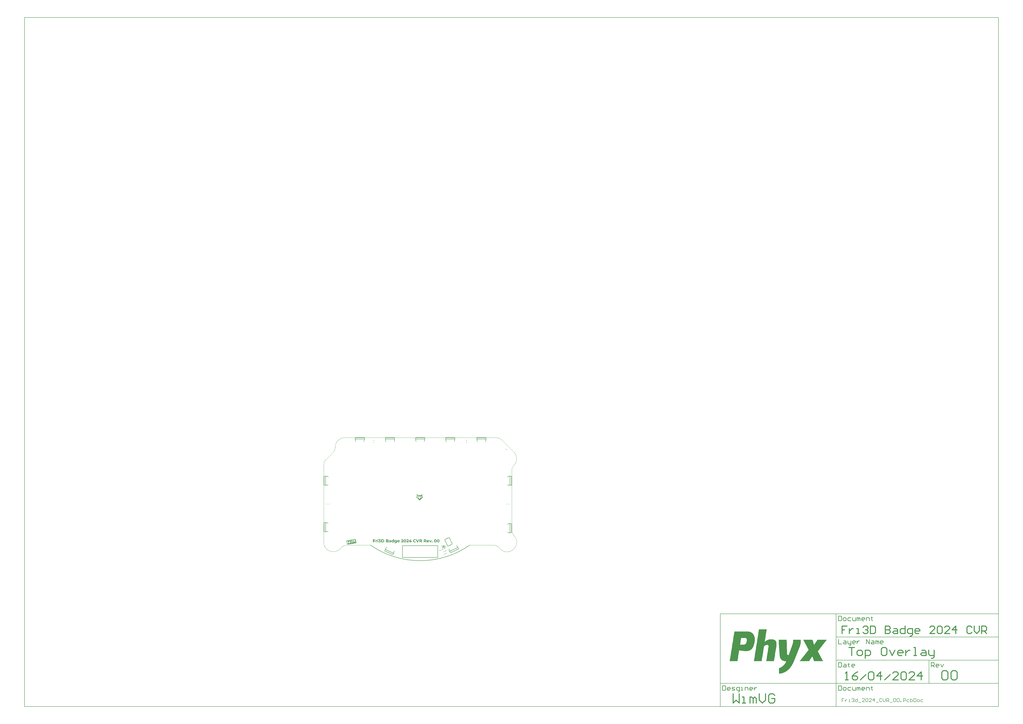
<source format=gto>
G04*
G04 #@! TF.GenerationSoftware,Altium Limited,Altium Designer,24.4.1 (13)*
G04*
G04 Layer_Color=65535*
%FSLAX25Y25*%
%MOIN*%
G70*
G04*
G04 #@! TF.SameCoordinates,89CB3089-6BD8-41CF-BEDE-02629DB89CB6*
G04*
G04*
G04 #@! TF.FilePolarity,Positive*
G04*
G01*
G75*
%ADD10C,0.00787*%
%ADD11C,0.00591*%
%ADD12C,0.00394*%
%ADD13C,0.01575*%
%ADD14C,0.00984*%
G36*
X-1010Y116591D02*
X4279Y118770D01*
X4322Y118724D01*
X2824Y115718D01*
X2066Y116024D01*
X2044Y116084D01*
X2563Y117131D01*
X115Y116123D01*
X4804Y114201D01*
X4817Y114138D01*
X-1019Y108302D01*
X-6855Y114138D01*
X-6842Y114201D01*
X-2144Y116132D01*
X-4592Y117140D01*
X-4073Y116093D01*
X-4095Y116033D01*
X-4853Y115727D01*
X-6342Y118724D01*
X-6299Y118770D01*
X-1010Y116591D01*
D02*
G37*
G36*
X-71874Y42867D02*
X-71847Y42867D01*
X-71815Y42862D01*
X-71747Y42848D01*
X-71665Y42830D01*
X-71583Y42798D01*
X-71501Y42757D01*
X-71424Y42698D01*
X-71414Y42689D01*
X-71392Y42667D01*
X-71364Y42630D01*
X-71328Y42580D01*
X-71292Y42521D01*
X-71264Y42448D01*
X-71241Y42362D01*
X-71232Y42271D01*
Y42266D01*
X-71232Y42257D01*
Y42243D01*
X-71237Y42225D01*
X-71241Y42175D01*
X-71255Y42112D01*
X-71278Y42039D01*
X-71314Y41961D01*
X-71359Y41884D01*
X-71423Y41811D01*
X-71432Y41802D01*
X-71460Y41784D01*
X-71500Y41752D01*
X-71555Y41720D01*
X-71628Y41688D01*
X-71714Y41656D01*
X-71814Y41638D01*
X-71924Y41629D01*
X-71951Y41629D01*
X-71974Y41633D01*
X-72001Y41633D01*
X-72028Y41638D01*
X-72101Y41652D01*
X-72178Y41674D01*
X-72260Y41701D01*
X-72342Y41747D01*
X-72420Y41806D01*
X-72429Y41815D01*
X-72451Y41838D01*
X-72479Y41879D01*
X-72515Y41929D01*
X-72552Y41997D01*
X-72579Y42070D01*
X-72602Y42156D01*
X-72611Y42252D01*
Y42257D01*
X-72611Y42266D01*
Y42279D01*
X-72606Y42297D01*
X-72602Y42343D01*
X-72588Y42407D01*
X-72566Y42475D01*
X-72529Y42548D01*
X-72484Y42625D01*
X-72420Y42693D01*
X-72411Y42702D01*
X-72384Y42721D01*
X-72343Y42748D01*
X-72288Y42784D01*
X-72215Y42816D01*
X-72129Y42844D01*
X-72033Y42862D01*
X-71924Y42871D01*
X-71892Y42871D01*
X-71874Y42867D01*
D02*
G37*
G36*
X-110039Y41920D02*
X-109370Y42026D01*
X-109265Y41361D01*
X-109156Y40677D01*
X-109049Y39998D01*
X-108941Y39318D01*
X-108833Y38635D01*
X-108725Y37956D01*
X-108618Y37280D01*
X-108513Y36615D01*
X-108406Y35943D01*
X-111114Y35514D01*
X-111220Y36186D01*
X-111903Y36078D01*
X-111797Y35406D01*
X-114504Y34977D01*
X-117211Y34548D01*
X-117317Y35220D01*
X-117332Y35218D01*
X-117225Y34546D01*
X-119933Y34117D01*
X-120039Y34789D01*
X-120722Y34681D01*
X-120616Y34009D01*
X-123323Y33580D01*
X-123429Y34252D01*
X-124109Y34145D01*
X-124214Y34810D01*
X-124321Y35486D01*
X-124429Y36165D01*
X-124537Y36848D01*
X-124645Y37528D01*
X-124752Y38207D01*
X-124860Y38890D01*
X-124966Y39555D01*
X-125074Y40238D01*
X-122367Y40667D01*
X-122259Y39984D01*
X-121579Y40092D01*
X-121687Y40775D01*
X-118966Y41206D01*
X-118858Y40523D01*
X-118854Y40523D01*
X-118962Y41207D01*
X-116255Y41635D01*
X-113548Y42064D01*
X-113440Y41381D01*
X-112760Y41489D01*
X-112868Y42172D01*
X-110147Y42603D01*
X-110039Y41920D01*
D02*
G37*
G36*
X-9184Y42357D02*
X-9129Y42357D01*
X-9061Y42347D01*
X-8988Y42343D01*
X-8906Y42334D01*
X-8815Y42320D01*
X-8724Y42307D01*
X-8529Y42266D01*
X-8424Y42239D01*
X-8324Y42211D01*
X-8224Y42175D01*
X-8124Y42134D01*
X-8119Y42129D01*
X-8101Y42125D01*
X-8074Y42111D01*
X-8037Y42093D01*
X-7992Y42070D01*
X-7937Y42039D01*
X-7882Y42007D01*
X-7819Y41966D01*
X-7750Y41925D01*
X-7678Y41875D01*
X-7605Y41820D01*
X-7532Y41761D01*
X-7455Y41697D01*
X-7382Y41629D01*
X-7309Y41557D01*
X-7241Y41479D01*
X-7982Y40796D01*
X-7987Y40801D01*
X-8005Y40824D01*
X-8032Y40851D01*
X-8073Y40887D01*
X-8123Y40933D01*
X-8182Y40983D01*
X-8251Y41033D01*
X-8328Y41087D01*
X-8414Y41142D01*
X-8510Y41197D01*
X-8615Y41242D01*
X-8724Y41287D01*
X-8842Y41324D01*
X-8970Y41356D01*
X-9102Y41374D01*
X-9238Y41378D01*
X-9284Y41378D01*
X-9315Y41374D01*
X-9356Y41374D01*
X-9402Y41369D01*
X-9456Y41360D01*
X-9516Y41351D01*
X-9643Y41328D01*
X-9784Y41292D01*
X-9925Y41241D01*
X-9998Y41210D01*
X-10066Y41173D01*
X-10071D01*
X-10080Y41164D01*
X-10103Y41150D01*
X-10125Y41137D01*
X-10157Y41114D01*
X-10189Y41091D01*
X-10271Y41028D01*
X-10362Y40946D01*
X-10457Y40850D01*
X-10548Y40736D01*
X-10630Y40609D01*
Y40604D01*
X-10639Y40591D01*
X-10648Y40572D01*
X-10662Y40545D01*
X-10676Y40509D01*
X-10694Y40468D01*
X-10712Y40422D01*
X-10730Y40367D01*
X-10753Y40313D01*
X-10771Y40249D01*
X-10789Y40181D01*
X-10803Y40108D01*
X-10825Y39953D01*
X-10830Y39871D01*
X-10834Y39785D01*
Y39781D01*
X-10834Y39762D01*
X-10834Y39740D01*
X-10830Y39708D01*
X-10830Y39667D01*
X-10825Y39621D01*
X-10816Y39567D01*
X-10807Y39507D01*
X-10784Y39380D01*
X-10748Y39239D01*
X-10698Y39098D01*
X-10666Y39025D01*
X-10629Y38957D01*
X-10625Y38952D01*
X-10620Y38943D01*
X-10607Y38921D01*
X-10593Y38898D01*
X-10570Y38866D01*
X-10547Y38830D01*
X-10484Y38748D01*
X-10402Y38657D01*
X-10306Y38566D01*
X-10192Y38470D01*
X-10065Y38388D01*
X-10060D01*
X-10047Y38379D01*
X-10029Y38370D01*
X-10001Y38357D01*
X-9965Y38343D01*
X-9924Y38325D01*
X-9878Y38307D01*
X-9824Y38289D01*
X-9764Y38270D01*
X-9701Y38252D01*
X-9633Y38234D01*
X-9560Y38220D01*
X-9405Y38198D01*
X-9323Y38193D01*
X-9237Y38189D01*
X-9205Y38189D01*
X-9164Y38193D01*
X-9109Y38198D01*
X-9046Y38207D01*
X-8973Y38221D01*
X-8891Y38239D01*
X-8800Y38262D01*
X-8700Y38294D01*
X-8600Y38335D01*
X-8495Y38380D01*
X-8390Y38439D01*
X-8286Y38508D01*
X-8181Y38585D01*
X-8077Y38676D01*
X-7981Y38781D01*
X-7239Y38094D01*
X-7244Y38089D01*
X-7257Y38076D01*
X-7276Y38053D01*
X-7303Y38021D01*
X-7339Y37985D01*
X-7380Y37944D01*
X-7430Y37898D01*
X-7485Y37848D01*
X-7544Y37798D01*
X-7612Y37743D01*
X-7685Y37689D01*
X-7767Y37634D01*
X-7849Y37580D01*
X-7935Y37530D01*
X-8031Y37479D01*
X-8126Y37434D01*
X-8131Y37429D01*
X-8149Y37425D01*
X-8181Y37416D01*
X-8217Y37397D01*
X-8267Y37384D01*
X-8326Y37366D01*
X-8395Y37343D01*
X-8467Y37325D01*
X-8554Y37302D01*
X-8640Y37284D01*
X-8740Y37261D01*
X-8840Y37247D01*
X-8950Y37233D01*
X-9063Y37220D01*
X-9182Y37215D01*
X-9300Y37210D01*
X-9332Y37210D01*
X-9373Y37215D01*
X-9427Y37215D01*
X-9496Y37220D01*
X-9573Y37229D01*
X-9659Y37238D01*
X-9755Y37251D01*
X-9860Y37269D01*
X-9969Y37292D01*
X-10083Y37315D01*
X-10201Y37347D01*
X-10324Y37387D01*
X-10442Y37428D01*
X-10560Y37478D01*
X-10679Y37537D01*
X-10688Y37542D01*
X-10706Y37551D01*
X-10738Y37574D01*
X-10779Y37596D01*
X-10834Y37633D01*
X-10893Y37674D01*
X-10956Y37719D01*
X-11029Y37774D01*
X-11107Y37837D01*
X-11184Y37906D01*
X-11266Y37979D01*
X-11348Y38060D01*
X-11425Y38151D01*
X-11503Y38242D01*
X-11580Y38347D01*
X-11648Y38452D01*
X-11653Y38461D01*
X-11662Y38479D01*
X-11680Y38511D01*
X-11703Y38556D01*
X-11730Y38611D01*
X-11758Y38679D01*
X-11789Y38756D01*
X-11821Y38838D01*
X-11858Y38934D01*
X-11890Y39038D01*
X-11917Y39148D01*
X-11944Y39261D01*
X-11967Y39384D01*
X-11986Y39516D01*
X-11995Y39648D01*
X-11999Y39785D01*
Y39794D01*
X-11999Y39816D01*
X-11995Y39857D01*
X-11995Y39907D01*
X-11990Y39976D01*
X-11981Y40049D01*
X-11972Y40135D01*
X-11954Y40226D01*
X-11936Y40326D01*
X-11913Y40431D01*
X-11886Y40540D01*
X-11850Y40654D01*
X-11813Y40767D01*
X-11763Y40881D01*
X-11713Y40999D01*
X-11649Y41109D01*
X-11645Y41118D01*
X-11631Y41136D01*
X-11613Y41168D01*
X-11586Y41204D01*
X-11549Y41254D01*
X-11504Y41314D01*
X-11454Y41377D01*
X-11395Y41446D01*
X-11331Y41518D01*
X-11258Y41591D01*
X-11176Y41669D01*
X-11090Y41746D01*
X-10999Y41823D01*
X-10899Y41896D01*
X-10794Y41965D01*
X-10681Y42028D01*
X-10672Y42033D01*
X-10653Y42042D01*
X-10617Y42060D01*
X-10571Y42078D01*
X-10512Y42106D01*
X-10444Y42133D01*
X-10367Y42165D01*
X-10276Y42197D01*
X-10176Y42224D01*
X-10071Y42256D01*
X-9957Y42283D01*
X-9834Y42311D01*
X-9707Y42329D01*
X-9575Y42347D01*
X-9434Y42356D01*
X-9293Y42361D01*
X-9229Y42361D01*
X-9184Y42357D01*
D02*
G37*
G36*
X-44462Y37277D02*
X-45523Y37277D01*
X-45523Y37718D01*
X-45527Y37714D01*
X-45541Y37695D01*
X-45568Y37673D01*
X-45600Y37641D01*
X-45641Y37604D01*
X-45696Y37563D01*
X-45755Y37518D01*
X-45827Y37472D01*
X-45909Y37422D01*
X-45996Y37381D01*
X-46096Y37336D01*
X-46200Y37299D01*
X-46319Y37267D01*
X-46442Y37244D01*
X-46578Y37226D01*
X-46719Y37222D01*
X-46774Y37222D01*
X-46810Y37226D01*
X-46860Y37231D01*
X-46915Y37235D01*
X-46974Y37240D01*
X-47047Y37253D01*
X-47120Y37262D01*
X-47197Y37281D01*
X-47361Y37321D01*
X-47447Y37349D01*
X-47534Y37381D01*
X-47620Y37417D01*
X-47702Y37458D01*
X-47707Y37462D01*
X-47720Y37472D01*
X-47743Y37485D01*
X-47775Y37503D01*
X-47811Y37526D01*
X-47852Y37558D01*
X-47902Y37594D01*
X-47952Y37635D01*
X-48007Y37681D01*
X-48062Y37731D01*
X-48121Y37790D01*
X-48175Y37854D01*
X-48235Y37917D01*
X-48289Y37990D01*
X-48339Y38067D01*
X-48389Y38149D01*
X-48394Y38154D01*
X-48399Y38172D01*
X-48412Y38195D01*
X-48426Y38231D01*
X-48444Y38272D01*
X-48467Y38322D01*
X-48490Y38381D01*
X-48512Y38449D01*
X-48535Y38522D01*
X-48558Y38600D01*
X-48576Y38686D01*
X-48599Y38777D01*
X-48613Y38877D01*
X-48626Y38977D01*
X-48631Y39082D01*
X-48636Y39191D01*
Y39200D01*
X-48636Y39218D01*
X-48636Y39250D01*
X-48631Y39291D01*
X-48627Y39341D01*
X-48622Y39400D01*
X-48613Y39469D01*
X-48604Y39541D01*
X-48590Y39623D01*
X-48577Y39705D01*
X-48531Y39878D01*
X-48504Y39969D01*
X-48472Y40056D01*
X-48431Y40142D01*
X-48390Y40229D01*
X-48386Y40233D01*
X-48377Y40247D01*
X-48363Y40274D01*
X-48345Y40301D01*
X-48318Y40342D01*
X-48290Y40383D01*
X-48254Y40433D01*
X-48208Y40483D01*
X-48163Y40538D01*
X-48113Y40597D01*
X-48058Y40652D01*
X-47995Y40711D01*
X-47931Y40766D01*
X-47858Y40820D01*
X-47781Y40875D01*
X-47704Y40920D01*
X-47699Y40925D01*
X-47685Y40929D01*
X-47658Y40943D01*
X-47626Y40957D01*
X-47585Y40980D01*
X-47535Y40998D01*
X-47481Y41021D01*
X-47417Y41043D01*
X-47344Y41066D01*
X-47271Y41089D01*
X-47190Y41112D01*
X-47103Y41130D01*
X-46916Y41157D01*
X-46821Y41162D01*
X-46721Y41166D01*
X-46689Y41166D01*
X-46653Y41162D01*
X-46598Y41157D01*
X-46539Y41153D01*
X-46466Y41144D01*
X-46389Y41126D01*
X-46302Y41107D01*
X-46211Y41085D01*
X-46120Y41053D01*
X-46025Y41017D01*
X-45929Y40971D01*
X-45834Y40917D01*
X-45742Y40857D01*
X-45656Y40785D01*
X-45574Y40703D01*
X-45575Y42559D01*
X-44465Y42560D01*
X-44462Y37277D01*
D02*
G37*
G36*
X-73170Y40127D02*
X-73179D01*
X-73197Y40131D01*
X-73229Y40131D01*
X-73270Y40136D01*
X-73352Y40140D01*
X-73465Y40140D01*
X-73497Y40136D01*
X-73538Y40131D01*
X-73584Y40127D01*
X-73634Y40118D01*
X-73688Y40108D01*
X-73811Y40077D01*
X-73870Y40054D01*
X-73934Y40026D01*
X-73998Y39995D01*
X-74057Y39963D01*
X-74111Y39917D01*
X-74166Y39872D01*
X-74171Y39867D01*
X-74180Y39858D01*
X-74189Y39844D01*
X-74207Y39822D01*
X-74230Y39794D01*
X-74252Y39758D01*
X-74275Y39721D01*
X-74298Y39671D01*
X-74325Y39621D01*
X-74348Y39562D01*
X-74370Y39494D01*
X-74393Y39421D01*
X-74411Y39344D01*
X-74420Y39257D01*
X-74430Y39166D01*
X-74434Y39071D01*
X-74433Y37264D01*
X-75548Y37264D01*
X-75550Y41095D01*
X-74485Y41095D01*
X-74485Y40590D01*
X-74480Y40595D01*
X-74476Y40604D01*
X-74467Y40618D01*
X-74448Y40636D01*
X-74403Y40686D01*
X-74344Y40745D01*
X-74271Y40813D01*
X-74176Y40886D01*
X-74071Y40950D01*
X-73953Y41009D01*
X-73948D01*
X-73939Y41014D01*
X-73916Y41023D01*
X-73893Y41032D01*
X-73862Y41041D01*
X-73821Y41055D01*
X-73775Y41069D01*
X-73725Y41082D01*
X-73671Y41096D01*
X-73611Y41109D01*
X-73479Y41132D01*
X-73329Y41151D01*
X-73170Y41155D01*
X-73170Y40127D01*
D02*
G37*
G36*
X-3826Y37295D02*
X-4968Y37294D01*
X-7118Y42280D01*
X-5876Y42281D01*
X-4355Y38719D01*
X-2818Y42282D01*
X-1672Y42282D01*
X-3826Y37295D01*
D02*
G37*
G36*
X17945Y37304D02*
X16799Y37304D01*
X15191Y41134D01*
X16333Y41134D01*
X17394Y38528D01*
X18494Y41135D01*
X19564Y41136D01*
X17945Y37304D01*
D02*
G37*
G36*
X-67114Y41504D02*
X-68237Y40220D01*
X-68228D01*
X-68210Y40215D01*
X-68174Y40206D01*
X-68128Y40197D01*
X-68074Y40184D01*
X-68010Y40165D01*
X-67942Y40147D01*
X-67864Y40120D01*
X-67787Y40088D01*
X-67705Y40056D01*
X-67623Y40016D01*
X-67537Y39970D01*
X-67455Y39920D01*
X-67377Y39865D01*
X-67304Y39802D01*
X-67236Y39734D01*
X-67232Y39729D01*
X-67223Y39715D01*
X-67204Y39693D01*
X-67182Y39665D01*
X-67154Y39629D01*
X-67127Y39584D01*
X-67095Y39533D01*
X-67059Y39474D01*
X-67027Y39406D01*
X-66995Y39338D01*
X-66968Y39261D01*
X-66940Y39174D01*
X-66917Y39088D01*
X-66899Y38992D01*
X-66890Y38897D01*
X-66886Y38792D01*
X-66886Y38787D01*
Y38774D01*
X-66886Y38751D01*
X-66890Y38719D01*
X-66890Y38678D01*
X-66899Y38633D01*
X-66904Y38583D01*
X-66913Y38528D01*
X-66940Y38405D01*
X-66981Y38269D01*
X-67008Y38196D01*
X-67035Y38127D01*
X-67072Y38055D01*
X-67113Y37986D01*
X-67117Y37982D01*
X-67122Y37973D01*
X-67135Y37950D01*
X-67154Y37927D01*
X-67181Y37895D01*
X-67208Y37859D01*
X-67244Y37818D01*
X-67285Y37777D01*
X-67331Y37732D01*
X-67381Y37686D01*
X-67440Y37636D01*
X-67504Y37586D01*
X-67572Y37540D01*
X-67645Y37490D01*
X-67722Y37445D01*
X-67809Y37404D01*
X-67813Y37399D01*
X-67831Y37395D01*
X-67854Y37385D01*
X-67890Y37372D01*
X-67936Y37354D01*
X-67990Y37335D01*
X-68054Y37317D01*
X-68127Y37294D01*
X-68204Y37276D01*
X-68291Y37253D01*
X-68386Y37235D01*
X-68486Y37221D01*
X-68591Y37203D01*
X-68705Y37194D01*
X-68828Y37189D01*
X-68950Y37185D01*
X-69001Y37185D01*
X-69042Y37189D01*
X-69087Y37189D01*
X-69146Y37194D01*
X-69210Y37198D01*
X-69278Y37203D01*
X-69355Y37207D01*
X-69437Y37216D01*
X-69610Y37244D01*
X-69797Y37275D01*
X-69988Y37321D01*
X-69993Y37321D01*
X-70011Y37325D01*
X-70038Y37334D01*
X-70074Y37348D01*
X-70115Y37362D01*
X-70165Y37375D01*
X-70225Y37398D01*
X-70288Y37421D01*
X-70420Y37475D01*
X-70566Y37544D01*
X-70711Y37621D01*
X-70848Y37712D01*
X-70402Y38595D01*
X-70398Y38590D01*
X-70389Y38586D01*
X-70375Y38576D01*
X-70353Y38558D01*
X-70325Y38540D01*
X-70293Y38522D01*
X-70257Y38499D01*
X-70216Y38472D01*
X-70120Y38422D01*
X-70007Y38363D01*
X-69884Y38313D01*
X-69747Y38263D01*
X-69743D01*
X-69729Y38258D01*
X-69711Y38254D01*
X-69683Y38245D01*
X-69647Y38236D01*
X-69606Y38227D01*
X-69561Y38217D01*
X-69511Y38208D01*
X-69451Y38195D01*
X-69392Y38186D01*
X-69265Y38168D01*
X-69124Y38154D01*
X-68978Y38149D01*
X-68937Y38149D01*
X-68905Y38154D01*
X-68869Y38154D01*
X-68828Y38159D01*
X-68783Y38163D01*
X-68733Y38172D01*
X-68623Y38190D01*
X-68510Y38218D01*
X-68396Y38259D01*
X-68296Y38313D01*
X-68291Y38313D01*
X-68287Y38323D01*
X-68255Y38345D01*
X-68218Y38382D01*
X-68168Y38436D01*
X-68123Y38505D01*
X-68087Y38587D01*
X-68055Y38682D01*
X-68050Y38737D01*
X-68046Y38791D01*
Y38800D01*
X-68046Y38819D01*
X-68050Y38846D01*
X-68059Y38887D01*
X-68073Y38932D01*
X-68096Y38982D01*
X-68123Y39042D01*
X-68164Y39096D01*
X-68210Y39155D01*
X-68273Y39210D01*
X-68351Y39260D01*
X-68437Y39305D01*
X-68546Y39346D01*
X-68606Y39360D01*
X-68669Y39373D01*
X-68742Y39387D01*
X-68815Y39396D01*
X-68892Y39401D01*
X-69507Y39400D01*
X-69507Y40165D01*
X-68484Y41326D01*
X-70604Y41325D01*
X-70604Y42253D01*
X-67115Y42254D01*
X-67114Y41504D01*
D02*
G37*
G36*
X8375Y42282D02*
X8429Y42282D01*
X8497Y42273D01*
X8570Y42269D01*
X8652Y42259D01*
X8743Y42246D01*
X8834Y42232D01*
X9025Y42191D01*
X9125Y42169D01*
X9221Y42137D01*
X9321Y42105D01*
X9412Y42064D01*
X9417Y42060D01*
X9435Y42055D01*
X9458Y42042D01*
X9494Y42023D01*
X9535Y42001D01*
X9580Y41973D01*
X9630Y41941D01*
X9690Y41905D01*
X9749Y41864D01*
X9808Y41814D01*
X9872Y41764D01*
X9935Y41710D01*
X9995Y41646D01*
X10054Y41582D01*
X10113Y41509D01*
X10163Y41437D01*
X10168Y41432D01*
X10177Y41418D01*
X10186Y41396D01*
X10204Y41364D01*
X10222Y41328D01*
X10245Y41277D01*
X10272Y41227D01*
X10295Y41164D01*
X10318Y41100D01*
X10345Y41023D01*
X10368Y40945D01*
X10386Y40859D01*
X10405Y40772D01*
X10418Y40677D01*
X10423Y40581D01*
X10427Y40477D01*
Y40472D01*
X10427Y40454D01*
X10427Y40422D01*
X10423Y40386D01*
X10418Y40336D01*
X10414Y40281D01*
X10405Y40217D01*
X10396Y40149D01*
X10382Y40076D01*
X10364Y39999D01*
X10341Y39917D01*
X10314Y39840D01*
X10282Y39758D01*
X10250Y39676D01*
X10205Y39594D01*
X10159Y39516D01*
X10155Y39512D01*
X10146Y39498D01*
X10132Y39480D01*
X10109Y39453D01*
X10082Y39416D01*
X10050Y39380D01*
X10009Y39334D01*
X9968Y39289D01*
X9914Y39239D01*
X9859Y39189D01*
X9796Y39139D01*
X9732Y39089D01*
X9655Y39039D01*
X9577Y38989D01*
X9495Y38943D01*
X9404Y38902D01*
X10520Y37301D01*
X9282Y37300D01*
X8321Y38688D01*
X7257Y38687D01*
X7257Y37299D01*
X6102Y37299D01*
X6100Y42286D01*
X8325Y42287D01*
X8375Y42282D01*
D02*
G37*
G36*
X1122Y42279D02*
X1177Y42279D01*
X1245Y42270D01*
X1318Y42265D01*
X1399Y42256D01*
X1491Y42243D01*
X1581Y42229D01*
X1773Y42188D01*
X1873Y42166D01*
X1968Y42134D01*
X2068Y42102D01*
X2159Y42061D01*
X2164Y42057D01*
X2182Y42052D01*
X2205Y42038D01*
X2241Y42020D01*
X2282Y41997D01*
X2328Y41970D01*
X2378Y41938D01*
X2437Y41902D01*
X2496Y41861D01*
X2555Y41811D01*
X2619Y41761D01*
X2683Y41706D01*
X2742Y41643D01*
X2801Y41579D01*
X2860Y41506D01*
X2910Y41434D01*
X2915Y41429D01*
X2924Y41415D01*
X2933Y41393D01*
X2951Y41361D01*
X2970Y41324D01*
X2992Y41274D01*
X3020Y41224D01*
X3042Y41161D01*
X3065Y41097D01*
X3093Y41019D01*
X3115Y40942D01*
X3134Y40856D01*
X3152Y40769D01*
X3165Y40674D01*
X3170Y40578D01*
X3175Y40474D01*
Y40469D01*
X3175Y40451D01*
X3175Y40419D01*
X3170Y40383D01*
X3166Y40332D01*
X3161Y40278D01*
X3152Y40214D01*
X3143Y40146D01*
X3129Y40073D01*
X3111Y39996D01*
X3088Y39914D01*
X3061Y39836D01*
X3029Y39755D01*
X2998Y39673D01*
X2952Y39591D01*
X2907Y39513D01*
X2902Y39509D01*
X2893Y39495D01*
X2879Y39477D01*
X2857Y39450D01*
X2829Y39413D01*
X2798Y39377D01*
X2757Y39331D01*
X2716Y39286D01*
X2661Y39236D01*
X2606Y39186D01*
X2543Y39136D01*
X2479Y39086D01*
X2402Y39035D01*
X2324Y38985D01*
X2243Y38940D01*
X2152Y38899D01*
X3267Y37298D01*
X2029Y37297D01*
X1069Y38684D01*
X4Y38684D01*
X5Y37296D01*
X-1151Y37296D01*
X-1153Y42283D01*
X1072Y42284D01*
X1122Y42279D01*
D02*
G37*
G36*
X-17600Y39273D02*
X-16262Y39273D01*
X-16263Y40210D01*
X-15171Y40211D01*
X-15170Y39274D01*
X-14360Y39274D01*
X-14360Y38337D01*
X-15170Y38336D01*
X-15169Y37290D01*
X-16298Y37289D01*
X-16298Y38336D01*
X-18983Y38335D01*
X-18983Y39108D01*
X-16632Y42276D01*
X-15422Y42276D01*
X-17600Y39273D01*
D02*
G37*
G36*
X-21328Y42351D02*
X-21282Y42351D01*
X-21223Y42347D01*
X-21159Y42342D01*
X-21091Y42333D01*
X-21018Y42324D01*
X-20941Y42311D01*
X-20777Y42279D01*
X-20609Y42233D01*
X-20450Y42174D01*
X-20445Y42174D01*
X-20431Y42165D01*
X-20409Y42156D01*
X-20381Y42142D01*
X-20345Y42124D01*
X-20304Y42101D01*
X-20213Y42042D01*
X-20108Y41974D01*
X-19999Y41883D01*
X-19894Y41783D01*
X-19799Y41665D01*
X-19794Y41660D01*
X-19790Y41651D01*
X-19776Y41633D01*
X-19762Y41606D01*
X-19744Y41574D01*
X-19726Y41537D01*
X-19703Y41492D01*
X-19680Y41442D01*
X-19662Y41387D01*
X-19639Y41328D01*
X-19621Y41265D01*
X-19603Y41196D01*
X-19576Y41046D01*
X-19571Y40964D01*
X-19566Y40882D01*
Y40878D01*
X-19566Y40864D01*
X-19566Y40841D01*
X-19571Y40814D01*
X-19571Y40778D01*
X-19575Y40737D01*
X-19580Y40687D01*
X-19589Y40637D01*
X-19607Y40518D01*
X-19639Y40391D01*
X-19680Y40255D01*
X-19739Y40118D01*
Y40113D01*
X-19748Y40100D01*
X-19757Y40082D01*
X-19775Y40054D01*
X-19794Y40022D01*
X-19821Y39981D01*
X-19848Y39936D01*
X-19884Y39886D01*
X-19930Y39827D01*
X-19975Y39763D01*
X-20030Y39699D01*
X-20094Y39626D01*
X-20157Y39554D01*
X-20235Y39472D01*
X-20316Y39394D01*
X-20403Y39308D01*
X-21549Y38224D01*
X-19401Y38225D01*
X-19401Y37288D01*
X-23173Y37286D01*
X-23173Y38033D01*
X-21249Y39849D01*
X-21245Y39853D01*
X-21236Y39862D01*
X-21222Y39876D01*
X-21199Y39899D01*
X-21177Y39922D01*
X-21149Y39954D01*
X-21086Y40022D01*
X-21017Y40099D01*
X-20949Y40181D01*
X-20886Y40268D01*
X-20863Y40309D01*
X-20840Y40350D01*
Y40354D01*
X-20836Y40359D01*
X-20822Y40386D01*
X-20804Y40427D01*
X-20786Y40481D01*
X-20767Y40545D01*
X-20749Y40618D01*
X-20736Y40691D01*
X-20731Y40768D01*
Y40773D01*
X-20731Y40782D01*
Y40795D01*
X-20736Y40818D01*
X-20740Y40873D01*
X-20759Y40936D01*
X-20781Y41014D01*
X-20818Y41087D01*
X-20868Y41164D01*
X-20900Y41196D01*
X-20936Y41228D01*
X-20945Y41237D01*
X-20959Y41241D01*
X-20973Y41255D01*
X-20995Y41264D01*
X-21018Y41278D01*
X-21050Y41296D01*
X-21086Y41309D01*
X-21123Y41323D01*
X-21168Y41341D01*
X-21218Y41355D01*
X-21268Y41364D01*
X-21391Y41382D01*
X-21528Y41391D01*
X-21582Y41391D01*
X-21610Y41387D01*
X-21646Y41387D01*
X-21723Y41377D01*
X-21814Y41359D01*
X-21914Y41336D01*
X-22019Y41304D01*
X-22119Y41263D01*
X-22124Y41263D01*
X-22133Y41259D01*
X-22146Y41250D01*
X-22165Y41241D01*
X-22210Y41213D01*
X-22274Y41173D01*
X-22342Y41118D01*
X-22415Y41054D01*
X-22492Y40977D01*
X-22560Y40890D01*
X-23402Y41431D01*
X-23398Y41436D01*
X-23389Y41449D01*
X-23370Y41472D01*
X-23348Y41504D01*
X-23320Y41541D01*
X-23284Y41581D01*
X-23238Y41627D01*
X-23193Y41677D01*
X-23138Y41732D01*
X-23079Y41786D01*
X-23011Y41846D01*
X-22938Y41900D01*
X-22861Y41955D01*
X-22779Y42009D01*
X-22693Y42059D01*
X-22597Y42110D01*
X-22593Y42114D01*
X-22574Y42119D01*
X-22547Y42132D01*
X-22506Y42146D01*
X-22456Y42169D01*
X-22402Y42187D01*
X-22333Y42210D01*
X-22256Y42233D01*
X-22174Y42255D01*
X-22083Y42278D01*
X-21988Y42301D01*
X-21883Y42319D01*
X-21778Y42333D01*
X-21665Y42347D01*
X-21546Y42351D01*
X-21423Y42356D01*
X-21369Y42356D01*
X-21328Y42351D01*
D02*
G37*
G36*
X-30369Y42347D02*
X-30323Y42347D01*
X-30264Y42343D01*
X-30200Y42338D01*
X-30132Y42329D01*
X-30059Y42320D01*
X-29982Y42307D01*
X-29818Y42275D01*
X-29650Y42229D01*
X-29491Y42170D01*
X-29486D01*
X-29472Y42161D01*
X-29449Y42152D01*
X-29422Y42138D01*
X-29386Y42120D01*
X-29345Y42098D01*
X-29254Y42039D01*
X-29149Y41970D01*
X-29040Y41879D01*
X-28935Y41779D01*
X-28840Y41661D01*
X-28835Y41657D01*
X-28831Y41647D01*
X-28817Y41629D01*
X-28803Y41602D01*
X-28785Y41570D01*
X-28767Y41534D01*
X-28744Y41488D01*
X-28721Y41438D01*
X-28703Y41384D01*
X-28680Y41324D01*
X-28662Y41261D01*
X-28644Y41192D01*
X-28616Y41042D01*
X-28612Y40960D01*
X-28607Y40878D01*
Y40874D01*
X-28607Y40860D01*
X-28607Y40838D01*
X-28612Y40810D01*
X-28612Y40774D01*
X-28616Y40733D01*
X-28621Y40683D01*
X-28630Y40633D01*
X-28648Y40514D01*
X-28680Y40387D01*
X-28721Y40251D01*
X-28780Y40114D01*
Y40110D01*
X-28789Y40096D01*
X-28798Y40078D01*
X-28816Y40050D01*
X-28834Y40018D01*
X-28862Y39977D01*
X-28889Y39932D01*
X-28925Y39882D01*
X-28971Y39823D01*
X-29016Y39759D01*
X-29071Y39695D01*
X-29135Y39623D01*
X-29198Y39550D01*
X-29276Y39468D01*
X-29357Y39390D01*
X-29444Y39304D01*
X-30590Y38221D01*
X-28442Y38221D01*
X-28442Y37284D01*
X-32214Y37282D01*
X-32214Y38029D01*
X-30290Y39845D01*
X-30286Y39849D01*
X-30277Y39859D01*
X-30263Y39872D01*
X-30240Y39895D01*
X-30217Y39918D01*
X-30190Y39950D01*
X-30127Y40018D01*
X-30058Y40095D01*
X-29990Y40177D01*
X-29926Y40264D01*
X-29904Y40305D01*
X-29881Y40346D01*
Y40350D01*
X-29876Y40355D01*
X-29863Y40382D01*
X-29845Y40423D01*
X-29826Y40478D01*
X-29808Y40541D01*
X-29790Y40614D01*
X-29776Y40687D01*
X-29772Y40764D01*
Y40769D01*
X-29772Y40778D01*
Y40792D01*
X-29776Y40814D01*
X-29781Y40869D01*
X-29799Y40933D01*
X-29822Y41010D01*
X-29859Y41083D01*
X-29909Y41160D01*
X-29941Y41192D01*
X-29977Y41224D01*
X-29986Y41233D01*
X-30000Y41237D01*
X-30013Y41251D01*
X-30036Y41260D01*
X-30059Y41274D01*
X-30091Y41292D01*
X-30127Y41306D01*
X-30163Y41319D01*
X-30209Y41337D01*
X-30259Y41351D01*
X-30309Y41360D01*
X-30432Y41378D01*
X-30569Y41387D01*
X-30623Y41387D01*
X-30650Y41383D01*
X-30687Y41383D01*
X-30764Y41374D01*
X-30855Y41355D01*
X-30955Y41333D01*
X-31060Y41301D01*
X-31160Y41260D01*
X-31165Y41260D01*
X-31174Y41255D01*
X-31187Y41246D01*
X-31205Y41237D01*
X-31251Y41210D01*
X-31315Y41169D01*
X-31383Y41114D01*
X-31456Y41050D01*
X-31533Y40973D01*
X-31601Y40886D01*
X-32443Y41427D01*
X-32439Y41432D01*
X-32430Y41446D01*
X-32411Y41468D01*
X-32388Y41500D01*
X-32361Y41537D01*
X-32325Y41578D01*
X-32279Y41623D01*
X-32234Y41673D01*
X-32179Y41728D01*
X-32120Y41783D01*
X-32052Y41842D01*
X-31979Y41896D01*
X-31902Y41951D01*
X-31820Y42006D01*
X-31734Y42056D01*
X-31638Y42106D01*
X-31633Y42110D01*
X-31615Y42115D01*
X-31588Y42129D01*
X-31547Y42142D01*
X-31497Y42165D01*
X-31442Y42183D01*
X-31374Y42206D01*
X-31297Y42229D01*
X-31215Y42252D01*
X-31124Y42274D01*
X-31028Y42297D01*
X-30924Y42315D01*
X-30819Y42329D01*
X-30705Y42343D01*
X-30587Y42347D01*
X-30464Y42352D01*
X-30410Y42352D01*
X-30369Y42347D01*
D02*
G37*
G36*
X-51130Y41160D02*
X-51071Y41160D01*
X-50993Y41151D01*
X-50907Y41142D01*
X-50811Y41128D01*
X-50711Y41110D01*
X-50602Y41087D01*
X-50488Y41060D01*
X-50375Y41024D01*
X-50261Y40983D01*
X-50151Y40938D01*
X-50042Y40878D01*
X-49942Y40815D01*
X-49847Y40738D01*
X-49842Y40733D01*
X-49824Y40719D01*
X-49801Y40692D01*
X-49774Y40660D01*
X-49737Y40615D01*
X-49696Y40560D01*
X-49651Y40492D01*
X-49605Y40419D01*
X-49564Y40333D01*
X-49519Y40242D01*
X-49478Y40137D01*
X-49441Y40019D01*
X-49414Y39896D01*
X-49387Y39759D01*
X-49373Y39614D01*
X-49368Y39459D01*
X-49367Y37275D01*
X-50409Y37275D01*
X-50410Y37748D01*
X-50414Y37743D01*
X-50423Y37725D01*
X-50446Y37698D01*
X-50473Y37666D01*
X-50510Y37625D01*
X-50555Y37580D01*
X-50610Y37534D01*
X-50673Y37484D01*
X-50746Y37434D01*
X-50832Y37388D01*
X-50928Y37343D01*
X-51033Y37302D01*
X-51151Y37270D01*
X-51283Y37242D01*
X-51424Y37224D01*
X-51579Y37220D01*
X-51620Y37220D01*
X-51651Y37224D01*
X-51692Y37224D01*
X-51733Y37229D01*
X-51783Y37233D01*
X-51838Y37238D01*
X-51961Y37256D01*
X-52088Y37283D01*
X-52216Y37315D01*
X-52343Y37365D01*
X-52348D01*
X-52357Y37374D01*
X-52375Y37378D01*
X-52398Y37392D01*
X-52425Y37406D01*
X-52452Y37429D01*
X-52525Y37474D01*
X-52607Y37533D01*
X-52689Y37601D01*
X-52766Y37683D01*
X-52839Y37779D01*
Y37783D01*
X-52848Y37792D01*
X-52853Y37806D01*
X-52867Y37824D01*
X-52880Y37852D01*
X-52894Y37879D01*
X-52926Y37951D01*
X-52958Y38043D01*
X-52985Y38143D01*
X-53003Y38252D01*
X-53012Y38375D01*
Y38379D01*
X-53012Y38397D01*
X-53008Y38425D01*
X-53008Y38466D01*
X-52999Y38507D01*
X-52990Y38561D01*
X-52981Y38620D01*
X-52962Y38680D01*
X-52940Y38748D01*
X-52912Y38816D01*
X-52881Y38884D01*
X-52844Y38957D01*
X-52799Y39025D01*
X-52744Y39094D01*
X-52680Y39157D01*
X-52612Y39217D01*
X-52608Y39221D01*
X-52594Y39230D01*
X-52571Y39244D01*
X-52535Y39267D01*
X-52494Y39289D01*
X-52439Y39312D01*
X-52376Y39340D01*
X-52303Y39371D01*
X-52221Y39399D01*
X-52130Y39426D01*
X-52026Y39449D01*
X-51916Y39476D01*
X-51793Y39494D01*
X-51661Y39508D01*
X-51520Y39517D01*
X-51366Y39522D01*
X-50483Y39522D01*
Y39527D01*
X-50483Y39541D01*
Y39559D01*
X-50488Y39582D01*
X-50488Y39613D01*
X-50497Y39650D01*
X-50510Y39727D01*
X-50538Y39818D01*
X-50579Y39914D01*
X-50602Y39959D01*
X-50633Y40000D01*
X-50665Y40045D01*
X-50706Y40082D01*
X-50711Y40086D01*
X-50715Y40091D01*
X-50729Y40100D01*
X-50747Y40114D01*
X-50770Y40127D01*
X-50797Y40146D01*
X-50834Y40164D01*
X-50870Y40182D01*
X-50916Y40200D01*
X-50961Y40214D01*
X-51016Y40232D01*
X-51075Y40246D01*
X-51143Y40259D01*
X-51211Y40268D01*
X-51284Y40277D01*
X-51416Y40277D01*
X-51443Y40273D01*
X-51480Y40273D01*
X-51557Y40264D01*
X-51648Y40254D01*
X-51748Y40236D01*
X-51857Y40213D01*
X-51967Y40181D01*
X-51971D01*
X-51980Y40177D01*
X-51994Y40172D01*
X-52017Y40163D01*
X-52039Y40154D01*
X-52071Y40141D01*
X-52140Y40113D01*
X-52221Y40077D01*
X-52303Y40031D01*
X-52390Y39981D01*
X-52472Y39922D01*
X-52868Y40700D01*
X-52863Y40704D01*
X-52854Y40709D01*
X-52836Y40723D01*
X-52813Y40736D01*
X-52781Y40754D01*
X-52745Y40777D01*
X-52704Y40800D01*
X-52654Y40823D01*
X-52604Y40850D01*
X-52545Y40877D01*
X-52486Y40909D01*
X-52417Y40937D01*
X-52276Y40991D01*
X-52117Y41041D01*
X-52113D01*
X-52099Y41046D01*
X-52072Y41055D01*
X-52040Y41060D01*
X-52003Y41069D01*
X-51953Y41082D01*
X-51899Y41091D01*
X-51840Y41105D01*
X-51776Y41114D01*
X-51703Y41123D01*
X-51553Y41146D01*
X-51389Y41160D01*
X-51216Y41165D01*
X-51175Y41165D01*
X-51130Y41160D01*
D02*
G37*
G36*
X-55548Y42255D02*
X-55471Y42250D01*
X-55385Y42241D01*
X-55285Y42232D01*
X-55180Y42214D01*
X-55071Y42196D01*
X-54952Y42173D01*
X-54839Y42146D01*
X-54720Y42114D01*
X-54606Y42073D01*
X-54497Y42023D01*
X-54392Y41973D01*
X-54297Y41910D01*
X-54292Y41905D01*
X-54274Y41891D01*
X-54251Y41873D01*
X-54220Y41846D01*
X-54183Y41809D01*
X-54142Y41769D01*
X-54097Y41719D01*
X-54051Y41659D01*
X-54006Y41596D01*
X-53965Y41523D01*
X-53924Y41445D01*
X-53887Y41364D01*
X-53855Y41273D01*
X-53833Y41177D01*
X-53814Y41072D01*
X-53810Y40963D01*
Y40959D01*
X-53810Y40945D01*
X-53810Y40927D01*
X-53814Y40904D01*
X-53814Y40872D01*
X-53819Y40831D01*
X-53823Y40790D01*
X-53832Y40745D01*
X-53851Y40645D01*
X-53882Y40536D01*
X-53928Y40422D01*
X-53987Y40312D01*
Y40308D01*
X-53996Y40299D01*
X-54005Y40285D01*
X-54019Y40267D01*
X-54060Y40217D01*
X-54114Y40153D01*
X-54182Y40080D01*
X-54264Y40008D01*
X-54364Y39935D01*
X-54474Y39866D01*
X-54469D01*
X-54455Y39862D01*
X-54433Y39853D01*
X-54401Y39839D01*
X-54369Y39825D01*
X-54323Y39807D01*
X-54278Y39785D01*
X-54228Y39757D01*
X-54123Y39694D01*
X-54009Y39616D01*
X-53905Y39521D01*
X-53804Y39412D01*
X-53800Y39407D01*
X-53795Y39398D01*
X-53782Y39380D01*
X-53768Y39357D01*
X-53745Y39325D01*
X-53727Y39289D01*
X-53704Y39243D01*
X-53682Y39193D01*
X-53659Y39143D01*
X-53636Y39084D01*
X-53613Y39016D01*
X-53595Y38948D01*
X-53568Y38798D01*
X-53563Y38720D01*
X-53558Y38634D01*
X-53558Y38625D01*
Y38607D01*
X-53563Y38570D01*
X-53567Y38525D01*
X-53572Y38470D01*
X-53586Y38406D01*
X-53599Y38338D01*
X-53622Y38261D01*
X-53649Y38183D01*
X-53681Y38101D01*
X-53722Y38015D01*
X-53772Y37933D01*
X-53831Y37846D01*
X-53899Y37769D01*
X-53977Y37692D01*
X-54068Y37624D01*
X-54072Y37619D01*
X-54090Y37610D01*
X-54122Y37592D01*
X-54163Y37569D01*
X-54218Y37541D01*
X-54281Y37514D01*
X-54359Y37482D01*
X-54445Y37450D01*
X-54545Y37414D01*
X-54655Y37382D01*
X-54777Y37355D01*
X-54909Y37327D01*
X-55055Y37304D01*
X-55209Y37286D01*
X-55378Y37277D01*
X-55555Y37273D01*
X-58135Y37271D01*
X-58137Y42258D01*
X-55612Y42259D01*
X-55548Y42255D01*
D02*
G37*
G36*
X-63638Y42251D02*
X-63565Y42247D01*
X-63484Y42238D01*
X-63393Y42229D01*
X-63288Y42215D01*
X-63179Y42201D01*
X-63065Y42179D01*
X-62947Y42156D01*
X-62824Y42124D01*
X-62701Y42088D01*
X-62578Y42047D01*
X-62455Y41997D01*
X-62337Y41942D01*
X-62328Y41938D01*
X-62309Y41929D01*
X-62278Y41911D01*
X-62232Y41883D01*
X-62182Y41851D01*
X-62123Y41815D01*
X-62055Y41770D01*
X-61982Y41720D01*
X-61905Y41660D01*
X-61827Y41592D01*
X-61745Y41524D01*
X-61663Y41442D01*
X-61586Y41360D01*
X-61508Y41269D01*
X-61436Y41174D01*
X-61367Y41069D01*
X-61363Y41065D01*
X-61354Y41042D01*
X-61335Y41015D01*
X-61313Y40969D01*
X-61285Y40915D01*
X-61258Y40851D01*
X-61226Y40778D01*
X-61194Y40696D01*
X-61162Y40605D01*
X-61130Y40505D01*
X-61103Y40396D01*
X-61076Y40282D01*
X-61053Y40159D01*
X-61035Y40032D01*
X-61026Y39900D01*
X-61021Y39764D01*
Y39754D01*
X-61021Y39732D01*
X-61021Y39691D01*
X-61025Y39636D01*
X-61030Y39572D01*
X-61039Y39495D01*
X-61048Y39413D01*
X-61062Y39318D01*
X-61080Y39217D01*
X-61107Y39113D01*
X-61134Y39004D01*
X-61166Y38894D01*
X-61207Y38781D01*
X-61252Y38667D01*
X-61307Y38558D01*
X-61366Y38448D01*
X-61371Y38444D01*
X-61384Y38426D01*
X-61403Y38394D01*
X-61430Y38357D01*
X-61466Y38307D01*
X-61507Y38257D01*
X-61557Y38194D01*
X-61616Y38130D01*
X-61680Y38061D01*
X-61753Y37989D01*
X-61835Y37916D01*
X-61921Y37848D01*
X-62012Y37775D01*
X-62112Y37707D01*
X-62221Y37638D01*
X-62335Y37579D01*
X-62344Y37574D01*
X-62362Y37565D01*
X-62399Y37552D01*
X-62444Y37529D01*
X-62503Y37506D01*
X-62576Y37483D01*
X-62658Y37451D01*
X-62749Y37424D01*
X-62849Y37397D01*
X-62958Y37369D01*
X-63077Y37342D01*
X-63204Y37319D01*
X-63336Y37296D01*
X-63477Y37283D01*
X-63622Y37274D01*
X-63773Y37269D01*
X-66039Y37268D01*
X-66041Y42255D01*
X-63697Y42256D01*
X-63638Y42251D01*
D02*
G37*
G36*
X-71362Y37266D02*
X-72477Y37265D01*
X-72478Y41096D01*
X-71364Y41097D01*
X-71362Y37266D01*
D02*
G37*
G36*
X-76255Y41322D02*
X-78871Y41321D01*
X-78871Y40002D01*
X-76559Y40003D01*
X-76559Y39079D01*
X-78870Y39078D01*
X-78869Y37262D01*
X-80025Y37262D01*
X-80027Y42249D01*
X-76255Y42250D01*
X-76255Y41322D01*
D02*
G37*
G36*
X20488Y38625D02*
X20511Y38625D01*
X20543Y38620D01*
X20611Y38607D01*
X20688Y38584D01*
X20770Y38547D01*
X20852Y38502D01*
X20930Y38438D01*
X20934D01*
X20939Y38429D01*
X20962Y38406D01*
X20993Y38361D01*
X21030Y38306D01*
X21066Y38234D01*
X21098Y38152D01*
X21121Y38052D01*
X21130Y37997D01*
X21130Y37942D01*
X21130Y37938D01*
Y37929D01*
X21130Y37915D01*
X21126Y37892D01*
X21126Y37870D01*
X21121Y37838D01*
X21107Y37769D01*
X21080Y37692D01*
X21044Y37610D01*
X20998Y37524D01*
X20967Y37487D01*
X20930Y37446D01*
X20921Y37437D01*
X20894Y37415D01*
X20853Y37383D01*
X20794Y37351D01*
X20721Y37314D01*
X20639Y37282D01*
X20543Y37260D01*
X20493Y37255D01*
X20439Y37251D01*
X20412Y37251D01*
X20389Y37255D01*
X20366Y37255D01*
X20334Y37260D01*
X20266Y37273D01*
X20188Y37300D01*
X20107Y37332D01*
X20020Y37382D01*
X19984Y37410D01*
X19943Y37446D01*
Y37451D01*
X19934Y37455D01*
X19911Y37482D01*
X19879Y37523D01*
X19847Y37582D01*
X19811Y37655D01*
X19779Y37742D01*
X19756Y37837D01*
X19751Y37887D01*
X19747Y37942D01*
Y37946D01*
Y37955D01*
X19747Y37974D01*
X19751Y37992D01*
X19751Y38019D01*
X19756Y38051D01*
X19770Y38119D01*
X19797Y38201D01*
X19829Y38283D01*
X19879Y38365D01*
X19906Y38401D01*
X19942Y38438D01*
X19947Y38442D01*
X19951Y38447D01*
X19979Y38470D01*
X20020Y38497D01*
X20079Y38533D01*
X20152Y38570D01*
X20238Y38597D01*
X20334Y38620D01*
X20438Y38629D01*
X20466Y38629D01*
X20488Y38625D01*
D02*
G37*
G36*
X13116Y41188D02*
X13166Y41183D01*
X13225Y41179D01*
X13289Y41174D01*
X13362Y41161D01*
X13435Y41147D01*
X13517Y41133D01*
X13690Y41088D01*
X13776Y41061D01*
X13867Y41029D01*
X13953Y40992D01*
X14040Y40947D01*
X14044Y40942D01*
X14058Y40938D01*
X14085Y40920D01*
X14117Y40901D01*
X14154Y40879D01*
X14199Y40847D01*
X14245Y40810D01*
X14299Y40770D01*
X14358Y40724D01*
X14413Y40670D01*
X14472Y40615D01*
X14532Y40551D01*
X14591Y40483D01*
X14650Y40410D01*
X14705Y40333D01*
X14755Y40251D01*
X14759Y40246D01*
X14768Y40233D01*
X14777Y40206D01*
X14796Y40174D01*
X14814Y40128D01*
X14837Y40078D01*
X14864Y40019D01*
X14887Y39951D01*
X14909Y39878D01*
X14937Y39796D01*
X14960Y39710D01*
X14978Y39619D01*
X14996Y39523D01*
X15010Y39423D01*
X15014Y39314D01*
X15019Y39205D01*
X15019Y39196D01*
Y39182D01*
X15014Y39159D01*
X15014Y39123D01*
X15010Y39096D01*
X15010Y39068D01*
X15005Y39036D01*
X15005Y38995D01*
X15001Y38954D01*
X14996Y38904D01*
X12093Y38903D01*
Y38899D01*
X12098Y38890D01*
X12103Y38871D01*
X12112Y38844D01*
X12121Y38817D01*
X12134Y38780D01*
X12171Y38698D01*
X12221Y38607D01*
X12285Y38516D01*
X12367Y38425D01*
X12417Y38380D01*
X12467Y38339D01*
X12471Y38339D01*
X12480Y38330D01*
X12499Y38321D01*
X12521Y38307D01*
X12549Y38294D01*
X12581Y38275D01*
X12621Y38257D01*
X12667Y38239D01*
X12717Y38216D01*
X12772Y38198D01*
X12831Y38180D01*
X12899Y38166D01*
X13040Y38144D01*
X13113Y38139D01*
X13195Y38135D01*
X13245Y38135D01*
X13272Y38139D01*
X13299Y38139D01*
X13372Y38144D01*
X13454Y38157D01*
X13541Y38171D01*
X13632Y38194D01*
X13723Y38221D01*
X13727Y38221D01*
X13732Y38226D01*
X13745Y38230D01*
X13763Y38239D01*
X13804Y38262D01*
X13864Y38290D01*
X13932Y38331D01*
X14005Y38381D01*
X14077Y38435D01*
X14155Y38504D01*
X14747Y37862D01*
X14742Y37858D01*
X14719Y37835D01*
X14692Y37808D01*
X14646Y37767D01*
X14587Y37721D01*
X14519Y37667D01*
X14437Y37612D01*
X14346Y37557D01*
X14242Y37498D01*
X14123Y37443D01*
X13991Y37389D01*
X13850Y37343D01*
X13696Y37302D01*
X13532Y37275D01*
X13354Y37257D01*
X13163Y37247D01*
X13100Y37247D01*
X13054Y37252D01*
X13000Y37256D01*
X12931Y37261D01*
X12858Y37270D01*
X12777Y37279D01*
X12690Y37293D01*
X12599Y37306D01*
X12408Y37352D01*
X12308Y37383D01*
X12208Y37415D01*
X12112Y37452D01*
X12017Y37497D01*
X12012Y37502D01*
X11994Y37511D01*
X11971Y37524D01*
X11935Y37543D01*
X11894Y37570D01*
X11844Y37602D01*
X11794Y37638D01*
X11734Y37679D01*
X11675Y37725D01*
X11612Y37779D01*
X11548Y37834D01*
X11484Y37897D01*
X11420Y37966D01*
X11361Y38034D01*
X11302Y38111D01*
X11247Y38193D01*
X11243Y38197D01*
X11234Y38216D01*
X11225Y38238D01*
X11206Y38270D01*
X11184Y38316D01*
X11161Y38366D01*
X11138Y38425D01*
X11115Y38489D01*
X11088Y38561D01*
X11065Y38639D01*
X11042Y38725D01*
X11020Y38816D01*
X11001Y38907D01*
X10992Y39007D01*
X10983Y39112D01*
X10978Y39217D01*
X10978Y39221D01*
X10978Y39244D01*
X10978Y39271D01*
X10983Y39312D01*
X10988Y39362D01*
X10992Y39417D01*
X11001Y39481D01*
X11010Y39553D01*
X11024Y39631D01*
X11042Y39708D01*
X11065Y39794D01*
X11092Y39881D01*
X11119Y39967D01*
X11156Y40054D01*
X11197Y40140D01*
X11242Y40227D01*
X11247Y40231D01*
X11256Y40245D01*
X11269Y40272D01*
X11292Y40304D01*
X11319Y40341D01*
X11351Y40386D01*
X11392Y40432D01*
X11433Y40486D01*
X11483Y40541D01*
X11538Y40600D01*
X11597Y40659D01*
X11665Y40718D01*
X11733Y40778D01*
X11811Y40832D01*
X11888Y40887D01*
X11974Y40937D01*
X11979Y40942D01*
X11997Y40946D01*
X12020Y40960D01*
X12056Y40978D01*
X12102Y40996D01*
X12152Y41019D01*
X12215Y41042D01*
X12279Y41064D01*
X12356Y41087D01*
X12434Y41110D01*
X12520Y41133D01*
X12616Y41151D01*
X12711Y41169D01*
X12811Y41183D01*
X12916Y41188D01*
X13021Y41192D01*
X13075Y41192D01*
X13116Y41188D01*
D02*
G37*
G36*
X30738Y42374D02*
X30792Y42369D01*
X30856Y42360D01*
X30929Y42351D01*
X31006Y42342D01*
X31088Y42324D01*
X31179Y42306D01*
X31270Y42278D01*
X31361Y42251D01*
X31457Y42215D01*
X31552Y42174D01*
X31648Y42128D01*
X31739Y42074D01*
X31743Y42069D01*
X31762Y42060D01*
X31784Y42042D01*
X31821Y42019D01*
X31862Y41987D01*
X31907Y41947D01*
X31962Y41901D01*
X32017Y41851D01*
X32076Y41792D01*
X32140Y41724D01*
X32203Y41651D01*
X32267Y41574D01*
X32326Y41487D01*
X32390Y41392D01*
X32445Y41291D01*
X32499Y41187D01*
X32504Y41182D01*
X32513Y41160D01*
X32526Y41128D01*
X32540Y41082D01*
X32563Y41028D01*
X32586Y40964D01*
X32609Y40887D01*
X32636Y40796D01*
X32663Y40700D01*
X32686Y40595D01*
X32709Y40482D01*
X32732Y40359D01*
X32745Y40231D01*
X32759Y40095D01*
X32768Y39954D01*
X32773Y39804D01*
Y39795D01*
X32773Y39767D01*
X32773Y39726D01*
X32768Y39667D01*
X32764Y39599D01*
X32759Y39517D01*
X32750Y39426D01*
X32741Y39331D01*
X32723Y39221D01*
X32705Y39112D01*
X32687Y38994D01*
X32659Y38880D01*
X32628Y38762D01*
X32591Y38644D01*
X32550Y38530D01*
X32500Y38416D01*
X32496Y38411D01*
X32487Y38389D01*
X32473Y38361D01*
X32450Y38320D01*
X32423Y38270D01*
X32387Y38216D01*
X32350Y38152D01*
X32305Y38088D01*
X32250Y38015D01*
X32196Y37943D01*
X32132Y37870D01*
X32064Y37797D01*
X31991Y37724D01*
X31914Y37656D01*
X31832Y37587D01*
X31741Y37528D01*
X31736Y37524D01*
X31718Y37515D01*
X31691Y37501D01*
X31654Y37483D01*
X31609Y37460D01*
X31554Y37433D01*
X31491Y37405D01*
X31422Y37378D01*
X31345Y37351D01*
X31259Y37323D01*
X31168Y37296D01*
X31072Y37273D01*
X30968Y37255D01*
X30863Y37241D01*
X30749Y37232D01*
X30635Y37228D01*
X30576Y37228D01*
X30531Y37232D01*
X30476Y37237D01*
X30412Y37246D01*
X30344Y37255D01*
X30267Y37264D01*
X30180Y37282D01*
X30094Y37300D01*
X30003Y37323D01*
X29907Y37355D01*
X29812Y37387D01*
X29716Y37427D01*
X29621Y37473D01*
X29530Y37527D01*
X29525Y37532D01*
X29507Y37541D01*
X29484Y37559D01*
X29452Y37587D01*
X29411Y37614D01*
X29361Y37655D01*
X29311Y37700D01*
X29256Y37755D01*
X29193Y37814D01*
X29134Y37878D01*
X29070Y37950D01*
X29006Y38032D01*
X28947Y38119D01*
X28883Y38210D01*
X28828Y38310D01*
X28774Y38414D01*
X28769Y38423D01*
X28760Y38442D01*
X28747Y38473D01*
X28733Y38519D01*
X28710Y38574D01*
X28687Y38642D01*
X28665Y38719D01*
X28637Y38806D01*
X28610Y38901D01*
X28587Y39010D01*
X28564Y39124D01*
X28541Y39247D01*
X28528Y39374D01*
X28514Y39511D01*
X28505Y39652D01*
X28500Y39802D01*
X28500Y39807D01*
Y39811D01*
X28500Y39838D01*
X28500Y39879D01*
X28505Y39939D01*
X28509Y40007D01*
X28514Y40089D01*
X28523Y40180D01*
X28536Y40275D01*
X28550Y40384D01*
X28568Y40494D01*
X28591Y40607D01*
X28614Y40726D01*
X28645Y40844D01*
X28682Y40962D01*
X28723Y41076D01*
X28773Y41185D01*
X28777Y41190D01*
X28786Y41213D01*
X28800Y41240D01*
X28823Y41281D01*
X28850Y41331D01*
X28886Y41385D01*
X28923Y41449D01*
X28968Y41513D01*
X29018Y41586D01*
X29077Y41659D01*
X29141Y41731D01*
X29205Y41804D01*
X29278Y41877D01*
X29355Y41945D01*
X29441Y42014D01*
X29528Y42073D01*
X29532Y42077D01*
X29550Y42086D01*
X29578Y42100D01*
X29614Y42123D01*
X29660Y42146D01*
X29714Y42169D01*
X29778Y42196D01*
X29851Y42228D01*
X29928Y42255D01*
X30010Y42282D01*
X30101Y42305D01*
X30201Y42333D01*
X30301Y42351D01*
X30410Y42364D01*
X30519Y42374D01*
X30633Y42378D01*
X30692Y42378D01*
X30738Y42374D01*
D02*
G37*
G36*
X-36593Y41166D02*
X-36542Y41162D01*
X-36483Y41157D01*
X-36420Y41153D01*
X-36347Y41139D01*
X-36274Y41126D01*
X-36192Y41112D01*
X-36019Y41067D01*
X-35933Y41039D01*
X-35842Y41007D01*
X-35755Y40971D01*
X-35669Y40926D01*
X-35664Y40921D01*
X-35651Y40916D01*
X-35623Y40898D01*
X-35592Y40880D01*
X-35555Y40857D01*
X-35510Y40826D01*
X-35464Y40789D01*
X-35409Y40748D01*
X-35350Y40703D01*
X-35296Y40648D01*
X-35236Y40594D01*
X-35177Y40530D01*
X-35118Y40462D01*
X-35059Y40389D01*
X-35004Y40312D01*
X-34954Y40230D01*
X-34950Y40225D01*
X-34940Y40211D01*
X-34931Y40184D01*
X-34913Y40152D01*
X-34895Y40107D01*
X-34872Y40057D01*
X-34845Y39998D01*
X-34822Y39930D01*
X-34799Y39857D01*
X-34772Y39775D01*
X-34749Y39688D01*
X-34731Y39597D01*
X-34713Y39502D01*
X-34699Y39402D01*
X-34694Y39292D01*
X-34690Y39183D01*
Y39174D01*
X-34690Y39161D01*
X-34694Y39138D01*
X-34694Y39101D01*
X-34699Y39074D01*
X-34699Y39047D01*
X-34703Y39015D01*
X-34703Y38974D01*
X-34708Y38933D01*
X-34712Y38883D01*
X-37615Y38882D01*
Y38877D01*
X-37611Y38868D01*
X-37606Y38850D01*
X-37597Y38823D01*
X-37588Y38795D01*
X-37574Y38759D01*
X-37538Y38677D01*
X-37488Y38586D01*
X-37424Y38495D01*
X-37342Y38404D01*
X-37292Y38359D01*
X-37242Y38318D01*
X-37238Y38318D01*
X-37228Y38309D01*
X-37210Y38300D01*
X-37187Y38286D01*
X-37160Y38272D01*
X-37128Y38254D01*
X-37087Y38236D01*
X-37042Y38218D01*
X-36992Y38195D01*
X-36937Y38177D01*
X-36878Y38159D01*
X-36810Y38145D01*
X-36669Y38122D01*
X-36596Y38118D01*
X-36514Y38113D01*
X-36464Y38113D01*
X-36437Y38118D01*
X-36409Y38118D01*
X-36336Y38122D01*
X-36255Y38136D01*
X-36168Y38150D01*
X-36077Y38173D01*
X-35986Y38200D01*
X-35982Y38200D01*
X-35977Y38205D01*
X-35963Y38209D01*
X-35945Y38218D01*
X-35904Y38241D01*
X-35845Y38268D01*
X-35777Y38309D01*
X-35704Y38359D01*
X-35631Y38414D01*
X-35554Y38482D01*
X-34962Y37841D01*
X-34967Y37836D01*
X-34990Y37814D01*
X-35017Y37786D01*
X-35062Y37745D01*
X-35122Y37700D01*
X-35190Y37645D01*
X-35272Y37591D01*
X-35362Y37536D01*
X-35467Y37477D01*
X-35585Y37422D01*
X-35717Y37367D01*
X-35858Y37322D01*
X-36013Y37281D01*
X-36177Y37253D01*
X-36354Y37235D01*
X-36545Y37226D01*
X-36609Y37226D01*
X-36655Y37231D01*
X-36709Y37235D01*
X-36777Y37240D01*
X-36850Y37249D01*
X-36932Y37258D01*
X-37019Y37271D01*
X-37110Y37285D01*
X-37301Y37330D01*
X-37401Y37362D01*
X-37501Y37394D01*
X-37596Y37430D01*
X-37692Y37476D01*
X-37697Y37480D01*
X-37715Y37489D01*
X-37738Y37503D01*
X-37774Y37521D01*
X-37815Y37549D01*
X-37865Y37580D01*
X-37915Y37617D01*
X-37974Y37658D01*
X-38034Y37703D01*
X-38097Y37758D01*
X-38161Y37812D01*
X-38225Y37876D01*
X-38288Y37944D01*
X-38348Y38012D01*
X-38407Y38090D01*
X-38461Y38172D01*
X-38466Y38176D01*
X-38475Y38194D01*
X-38484Y38217D01*
X-38502Y38249D01*
X-38525Y38294D01*
X-38548Y38344D01*
X-38571Y38404D01*
X-38593Y38467D01*
X-38621Y38540D01*
X-38644Y38617D01*
X-38666Y38704D01*
X-38689Y38795D01*
X-38707Y38886D01*
X-38717Y38986D01*
X-38726Y39091D01*
X-38730Y39195D01*
Y39200D01*
X-38730Y39223D01*
X-38730Y39250D01*
X-38726Y39291D01*
X-38721Y39341D01*
X-38717Y39395D01*
X-38708Y39459D01*
X-38699Y39532D01*
X-38685Y39609D01*
X-38667Y39687D01*
X-38644Y39773D01*
X-38617Y39860D01*
X-38590Y39946D01*
X-38553Y40033D01*
X-38512Y40119D01*
X-38467Y40205D01*
X-38462Y40210D01*
X-38453Y40224D01*
X-38440Y40251D01*
X-38417Y40283D01*
X-38390Y40319D01*
X-38358Y40365D01*
X-38317Y40410D01*
X-38276Y40465D01*
X-38226Y40519D01*
X-38171Y40579D01*
X-38112Y40638D01*
X-38044Y40697D01*
X-37976Y40756D01*
X-37898Y40811D01*
X-37821Y40865D01*
X-37734Y40916D01*
X-37730Y40920D01*
X-37712Y40925D01*
X-37689Y40938D01*
X-37653Y40957D01*
X-37607Y40975D01*
X-37557Y40998D01*
X-37493Y41020D01*
X-37430Y41043D01*
X-37352Y41066D01*
X-37275Y41089D01*
X-37189Y41111D01*
X-37093Y41130D01*
X-36998Y41148D01*
X-36897Y41162D01*
X-36793Y41166D01*
X-36688Y41171D01*
X-36634Y41171D01*
X-36593Y41166D01*
D02*
G37*
G36*
X25901Y42372D02*
X25956Y42367D01*
X26019Y42358D01*
X26092Y42349D01*
X26170Y42340D01*
X26252Y42322D01*
X26342Y42303D01*
X26434Y42276D01*
X26524Y42249D01*
X26620Y42213D01*
X26716Y42172D01*
X26811Y42126D01*
X26902Y42072D01*
X26907Y42067D01*
X26925Y42058D01*
X26948Y42040D01*
X26984Y42017D01*
X27025Y41985D01*
X27071Y41944D01*
X27125Y41899D01*
X27180Y41849D01*
X27239Y41790D01*
X27303Y41721D01*
X27367Y41649D01*
X27430Y41571D01*
X27490Y41485D01*
X27553Y41390D01*
X27608Y41289D01*
X27663Y41185D01*
X27667Y41180D01*
X27676Y41157D01*
X27690Y41126D01*
X27703Y41080D01*
X27726Y41026D01*
X27749Y40962D01*
X27772Y40885D01*
X27799Y40794D01*
X27826Y40698D01*
X27849Y40593D01*
X27872Y40480D01*
X27895Y40357D01*
X27909Y40229D01*
X27922Y40093D01*
X27931Y39952D01*
X27936Y39802D01*
Y39793D01*
X27936Y39765D01*
X27936Y39724D01*
X27932Y39665D01*
X27927Y39597D01*
X27923Y39515D01*
X27913Y39424D01*
X27904Y39329D01*
X27886Y39219D01*
X27868Y39110D01*
X27850Y38992D01*
X27823Y38878D01*
X27791Y38760D01*
X27755Y38641D01*
X27714Y38528D01*
X27664Y38414D01*
X27659Y38409D01*
X27650Y38386D01*
X27636Y38359D01*
X27614Y38318D01*
X27586Y38268D01*
X27550Y38214D01*
X27514Y38150D01*
X27468Y38086D01*
X27414Y38013D01*
X27359Y37940D01*
X27295Y37868D01*
X27227Y37795D01*
X27154Y37722D01*
X27077Y37654D01*
X26995Y37585D01*
X26904Y37526D01*
X26900Y37522D01*
X26882Y37513D01*
X26854Y37499D01*
X26818Y37481D01*
X26772Y37458D01*
X26718Y37431D01*
X26654Y37403D01*
X26586Y37376D01*
X26508Y37349D01*
X26422Y37321D01*
X26331Y37294D01*
X26235Y37271D01*
X26131Y37253D01*
X26026Y37239D01*
X25912Y37230D01*
X25799Y37225D01*
X25740Y37225D01*
X25694Y37230D01*
X25639Y37235D01*
X25576Y37244D01*
X25508Y37253D01*
X25430Y37262D01*
X25344Y37280D01*
X25257Y37298D01*
X25166Y37321D01*
X25071Y37353D01*
X24975Y37384D01*
X24880Y37425D01*
X24784Y37471D01*
X24693Y37525D01*
X24688Y37530D01*
X24670Y37539D01*
X24647Y37557D01*
X24615Y37584D01*
X24575Y37612D01*
X24524Y37653D01*
X24474Y37698D01*
X24420Y37753D01*
X24356Y37812D01*
X24297Y37876D01*
X24233Y37948D01*
X24170Y38030D01*
X24110Y38117D01*
X24047Y38208D01*
X23992Y38308D01*
X23937Y38412D01*
X23933Y38421D01*
X23924Y38440D01*
X23910Y38471D01*
X23896Y38517D01*
X23874Y38572D01*
X23851Y38640D01*
X23828Y38717D01*
X23801Y38803D01*
X23773Y38899D01*
X23750Y39008D01*
X23728Y39122D01*
X23705Y39245D01*
X23691Y39372D01*
X23677Y39509D01*
X23668Y39650D01*
X23664Y39800D01*
X23664Y39804D01*
Y39809D01*
X23664Y39836D01*
X23664Y39877D01*
X23668Y39936D01*
X23673Y40005D01*
X23677Y40086D01*
X23686Y40178D01*
X23700Y40273D01*
X23713Y40382D01*
X23732Y40492D01*
X23754Y40605D01*
X23777Y40724D01*
X23809Y40842D01*
X23845Y40960D01*
X23886Y41074D01*
X23936Y41183D01*
X23941Y41188D01*
X23950Y41210D01*
X23963Y41238D01*
X23986Y41279D01*
X24013Y41329D01*
X24050Y41383D01*
X24086Y41447D01*
X24132Y41511D01*
X24182Y41584D01*
X24241Y41657D01*
X24304Y41729D01*
X24368Y41802D01*
X24441Y41875D01*
X24518Y41943D01*
X24605Y42012D01*
X24691Y42071D01*
X24696Y42075D01*
X24714Y42084D01*
X24741Y42098D01*
X24777Y42121D01*
X24823Y42144D01*
X24878Y42166D01*
X24941Y42194D01*
X25014Y42226D01*
X25091Y42253D01*
X25173Y42280D01*
X25264Y42303D01*
X25364Y42330D01*
X25464Y42349D01*
X25574Y42362D01*
X25683Y42371D01*
X25796Y42376D01*
X25856Y42376D01*
X25901Y42372D01*
D02*
G37*
G36*
X-25728Y42349D02*
X-25673Y42345D01*
X-25609Y42336D01*
X-25537Y42327D01*
X-25459Y42318D01*
X-25377Y42300D01*
X-25286Y42281D01*
X-25195Y42254D01*
X-25104Y42227D01*
X-25009Y42191D01*
X-24913Y42150D01*
X-24818Y42104D01*
X-24727Y42050D01*
X-24722Y42045D01*
X-24704Y42036D01*
X-24681Y42018D01*
X-24645Y41995D01*
X-24604Y41963D01*
X-24558Y41922D01*
X-24504Y41877D01*
X-24449Y41827D01*
X-24390Y41768D01*
X-24326Y41699D01*
X-24262Y41627D01*
X-24199Y41549D01*
X-24139Y41463D01*
X-24076Y41367D01*
X-24021Y41267D01*
X-23966Y41163D01*
X-23962Y41158D01*
X-23953Y41135D01*
X-23939Y41104D01*
X-23925Y41058D01*
X-23903Y41003D01*
X-23880Y40940D01*
X-23857Y40862D01*
X-23830Y40771D01*
X-23802Y40676D01*
X-23779Y40571D01*
X-23757Y40457D01*
X-23734Y40335D01*
X-23720Y40207D01*
X-23707Y40071D01*
X-23697Y39930D01*
X-23693Y39780D01*
X-23693Y39770D01*
X-23693Y39743D01*
X-23693Y39702D01*
X-23697Y39643D01*
X-23702Y39575D01*
X-23706Y39493D01*
X-23715Y39402D01*
X-23724Y39306D01*
X-23742Y39197D01*
X-23761Y39088D01*
X-23779Y38970D01*
X-23806Y38856D01*
X-23838Y38737D01*
X-23874Y38619D01*
X-23915Y38506D01*
X-23965Y38392D01*
X-23970Y38387D01*
X-23979Y38364D01*
X-23992Y38337D01*
X-24015Y38296D01*
X-24042Y38246D01*
X-24079Y38191D01*
X-24115Y38128D01*
X-24161Y38064D01*
X-24215Y37991D01*
X-24270Y37918D01*
X-24333Y37846D01*
X-24402Y37773D01*
X-24474Y37700D01*
X-24552Y37632D01*
X-24634Y37563D01*
X-24725Y37504D01*
X-24729Y37500D01*
X-24747Y37490D01*
X-24775Y37477D01*
X-24811Y37459D01*
X-24857Y37436D01*
X-24911Y37409D01*
X-24975Y37381D01*
X-25043Y37354D01*
X-25120Y37326D01*
X-25207Y37299D01*
X-25298Y37272D01*
X-25393Y37249D01*
X-25498Y37231D01*
X-25603Y37217D01*
X-25716Y37208D01*
X-25830Y37203D01*
X-25889Y37203D01*
X-25935Y37208D01*
X-25989Y37212D01*
X-26053Y37221D01*
X-26121Y37231D01*
X-26199Y37240D01*
X-26285Y37258D01*
X-26372Y37276D01*
X-26463Y37299D01*
X-26558Y37330D01*
X-26654Y37362D01*
X-26749Y37403D01*
X-26845Y37449D01*
X-26936Y37503D01*
X-26941Y37508D01*
X-26959Y37517D01*
X-26981Y37535D01*
X-27013Y37562D01*
X-27054Y37590D01*
X-27104Y37631D01*
X-27154Y37676D01*
X-27209Y37731D01*
X-27273Y37790D01*
X-27332Y37853D01*
X-27396Y37926D01*
X-27459Y38008D01*
X-27519Y38094D01*
X-27582Y38185D01*
X-27637Y38285D01*
X-27692Y38390D01*
X-27696Y38399D01*
X-27705Y38417D01*
X-27719Y38449D01*
X-27733Y38495D01*
X-27755Y38549D01*
X-27778Y38618D01*
X-27801Y38695D01*
X-27828Y38781D01*
X-27856Y38877D01*
X-27878Y38986D01*
X-27901Y39100D01*
X-27924Y39223D01*
X-27938Y39350D01*
X-27951Y39487D01*
X-27961Y39628D01*
X-27965Y39778D01*
Y39782D01*
Y39787D01*
X-27965Y39814D01*
X-27965Y39855D01*
X-27961Y39914D01*
X-27956Y39983D01*
X-27952Y40064D01*
X-27943Y40155D01*
X-27929Y40251D01*
X-27915Y40360D01*
X-27897Y40469D01*
X-27874Y40583D01*
X-27852Y40701D01*
X-27820Y40820D01*
X-27784Y40938D01*
X-27743Y41052D01*
X-27693Y41161D01*
X-27688Y41166D01*
X-27679Y41188D01*
X-27665Y41216D01*
X-27643Y41257D01*
X-27615Y41307D01*
X-27579Y41361D01*
X-27543Y41425D01*
X-27497Y41489D01*
X-27447Y41561D01*
X-27388Y41634D01*
X-27325Y41707D01*
X-27261Y41780D01*
X-27188Y41853D01*
X-27111Y41921D01*
X-27024Y41989D01*
X-26938Y42049D01*
X-26933Y42053D01*
X-26915Y42062D01*
X-26888Y42076D01*
X-26851Y42099D01*
X-26806Y42121D01*
X-26751Y42144D01*
X-26688Y42172D01*
X-26615Y42203D01*
X-26537Y42231D01*
X-26456Y42258D01*
X-26365Y42281D01*
X-26265Y42308D01*
X-26164Y42327D01*
X-26055Y42340D01*
X-25946Y42349D01*
X-25832Y42354D01*
X-25773Y42354D01*
X-25728Y42349D01*
D02*
G37*
G36*
X-41720Y41164D02*
X-41666Y41160D01*
X-41598Y41151D01*
X-41516Y41141D01*
X-41425Y41123D01*
X-41329Y41101D01*
X-41229Y41069D01*
X-41124Y41032D01*
X-41020Y40992D01*
X-40915Y40937D01*
X-40810Y40873D01*
X-40715Y40800D01*
X-40619Y40714D01*
X-40533Y40619D01*
X-40533Y41110D01*
X-39482Y41111D01*
X-39481Y37916D01*
Y37912D01*
X-39480Y37903D01*
Y37889D01*
X-39480Y37871D01*
X-39480Y37848D01*
X-39485Y37816D01*
X-39489Y37743D01*
X-39498Y37657D01*
X-39508Y37557D01*
X-39526Y37448D01*
X-39549Y37329D01*
X-39580Y37202D01*
X-39617Y37075D01*
X-39658Y36947D01*
X-39712Y36815D01*
X-39776Y36692D01*
X-39848Y36569D01*
X-39935Y36460D01*
X-40030Y36356D01*
X-40035Y36351D01*
X-40058Y36333D01*
X-40089Y36310D01*
X-40130Y36274D01*
X-40189Y36237D01*
X-40258Y36192D01*
X-40340Y36146D01*
X-40435Y36101D01*
X-40540Y36050D01*
X-40663Y36005D01*
X-40795Y35959D01*
X-40936Y35923D01*
X-41090Y35886D01*
X-41259Y35864D01*
X-41441Y35845D01*
X-41632Y35841D01*
X-41686Y35841D01*
X-41727Y35845D01*
X-41777Y35845D01*
X-41832Y35850D01*
X-41900Y35854D01*
X-41973Y35859D01*
X-42050Y35863D01*
X-42132Y35872D01*
X-42310Y35899D01*
X-42496Y35931D01*
X-42687Y35977D01*
X-42692Y35977D01*
X-42710Y35981D01*
X-42737Y35990D01*
X-42769Y36004D01*
X-42810Y36018D01*
X-42860Y36031D01*
X-42915Y36054D01*
X-42974Y36077D01*
X-43106Y36131D01*
X-43243Y36199D01*
X-43384Y36277D01*
X-43511Y36368D01*
X-43070Y37164D01*
X-43066D01*
X-43061Y37155D01*
X-43047Y37146D01*
X-43025Y37132D01*
X-43002Y37114D01*
X-42974Y37096D01*
X-42943Y37073D01*
X-42902Y37050D01*
X-42815Y37000D01*
X-42711Y36950D01*
X-42592Y36896D01*
X-42460Y36850D01*
X-42456Y36850D01*
X-42442Y36846D01*
X-42424Y36841D01*
X-42397Y36832D01*
X-42360Y36823D01*
X-42324Y36814D01*
X-42278Y36800D01*
X-42228Y36791D01*
X-42114Y36769D01*
X-41987Y36751D01*
X-41855Y36737D01*
X-41714Y36732D01*
X-41659Y36732D01*
X-41618Y36737D01*
X-41573Y36742D01*
X-41518Y36746D01*
X-41455Y36755D01*
X-41391Y36764D01*
X-41254Y36796D01*
X-41182Y36819D01*
X-41109Y36842D01*
X-41045Y36874D01*
X-40977Y36906D01*
X-40918Y36947D01*
X-40863Y36992D01*
X-40859Y36997D01*
X-40850Y37006D01*
X-40836Y37019D01*
X-40822Y37042D01*
X-40800Y37069D01*
X-40777Y37101D01*
X-40754Y37142D01*
X-40727Y37188D01*
X-40700Y37238D01*
X-40677Y37297D01*
X-40654Y37361D01*
X-40631Y37434D01*
X-40618Y37506D01*
X-40604Y37593D01*
X-40595Y37679D01*
X-40591Y37775D01*
X-40591Y37939D01*
X-40595Y37934D01*
X-40609Y37920D01*
X-40636Y37893D01*
X-40668Y37866D01*
X-40714Y37829D01*
X-40768Y37788D01*
X-40832Y37743D01*
X-40905Y37702D01*
X-40986Y37656D01*
X-41077Y37611D01*
X-41177Y37570D01*
X-41282Y37533D01*
X-41400Y37506D01*
X-41523Y37483D01*
X-41660Y37465D01*
X-41801Y37460D01*
X-41851Y37460D01*
X-41892Y37465D01*
X-41937Y37469D01*
X-41992Y37474D01*
X-42051Y37479D01*
X-42119Y37488D01*
X-42192Y37501D01*
X-42269Y37515D01*
X-42433Y37560D01*
X-42515Y37583D01*
X-42602Y37615D01*
X-42688Y37651D01*
X-42770Y37692D01*
X-42775Y37697D01*
X-42788Y37701D01*
X-42811Y37715D01*
X-42843Y37733D01*
X-42879Y37760D01*
X-42920Y37788D01*
X-42970Y37819D01*
X-43020Y37860D01*
X-43075Y37906D01*
X-43130Y37951D01*
X-43189Y38006D01*
X-43248Y38065D01*
X-43303Y38129D01*
X-43357Y38192D01*
X-43462Y38342D01*
X-43466Y38347D01*
X-43471Y38361D01*
X-43485Y38383D01*
X-43503Y38415D01*
X-43521Y38456D01*
X-43544Y38506D01*
X-43567Y38561D01*
X-43589Y38624D01*
X-43612Y38693D01*
X-43635Y38765D01*
X-43658Y38843D01*
X-43676Y38929D01*
X-43694Y39020D01*
X-43708Y39111D01*
X-43712Y39211D01*
X-43717Y39311D01*
Y39316D01*
X-43717Y39334D01*
X-43717Y39366D01*
X-43713Y39402D01*
X-43708Y39452D01*
X-43703Y39507D01*
X-43694Y39571D01*
X-43685Y39639D01*
X-43672Y39712D01*
X-43654Y39789D01*
X-43608Y39953D01*
X-43581Y40035D01*
X-43545Y40117D01*
X-43508Y40199D01*
X-43463Y40281D01*
X-43458Y40285D01*
X-43449Y40299D01*
X-43435Y40322D01*
X-43417Y40349D01*
X-43390Y40385D01*
X-43358Y40426D01*
X-43322Y40472D01*
X-43281Y40522D01*
X-43235Y40572D01*
X-43181Y40627D01*
X-43126Y40681D01*
X-43062Y40736D01*
X-42999Y40791D01*
X-42926Y40841D01*
X-42771Y40936D01*
X-42767Y40941D01*
X-42753Y40945D01*
X-42726Y40959D01*
X-42694Y40973D01*
X-42653Y40991D01*
X-42603Y41009D01*
X-42548Y41032D01*
X-42485Y41055D01*
X-42417Y41073D01*
X-42339Y41096D01*
X-42262Y41114D01*
X-42175Y41132D01*
X-41993Y41159D01*
X-41898Y41164D01*
X-41802Y41169D01*
X-41766Y41169D01*
X-41720Y41164D01*
D02*
G37*
G36*
X690376Y-128249D02*
X690090D01*
Y-128535D01*
X689804D01*
Y-128821D01*
Y-129108D01*
X689517D01*
Y-129394D01*
X689231D01*
Y-129680D01*
X688945D01*
Y-129966D01*
Y-130253D01*
X688658D01*
Y-130539D01*
X688372D01*
Y-130825D01*
X688086D01*
Y-131112D01*
X687799D01*
Y-131398D01*
Y-131684D01*
X687513D01*
Y-131971D01*
X687227D01*
Y-132257D01*
X686940D01*
Y-132543D01*
Y-132830D01*
X686654D01*
Y-133116D01*
X686368D01*
Y-133402D01*
X686082D01*
Y-133689D01*
X685795D01*
Y-133975D01*
Y-134261D01*
X685509D01*
Y-134547D01*
X685223D01*
Y-134834D01*
X684936D01*
Y-135120D01*
Y-135406D01*
X684650D01*
Y-135693D01*
X684364D01*
Y-135979D01*
X684077D01*
Y-136265D01*
Y-136552D01*
X683791D01*
Y-136838D01*
X683505D01*
Y-137124D01*
X683218D01*
Y-137411D01*
X682932D01*
Y-137697D01*
Y-137983D01*
X682646D01*
Y-138270D01*
X682359D01*
Y-138556D01*
X682073D01*
Y-138842D01*
Y-139128D01*
X681787D01*
Y-139415D01*
X681500D01*
Y-139701D01*
X681214D01*
Y-139988D01*
Y-140274D01*
X680928D01*
Y-140560D01*
X680642D01*
Y-140846D01*
X680355D01*
Y-141133D01*
X680069D01*
Y-141419D01*
Y-141705D01*
X679783D01*
Y-141992D01*
X679496D01*
Y-142278D01*
X679210D01*
Y-142564D01*
Y-142851D01*
X678924D01*
Y-143137D01*
X678637D01*
Y-143423D01*
X678351D01*
Y-143710D01*
Y-143996D01*
X678065D01*
Y-144282D01*
X677778D01*
Y-144569D01*
X677492D01*
Y-144855D01*
X677206D01*
Y-145141D01*
Y-145427D01*
X676920D01*
Y-145714D01*
X676633D01*
Y-146000D01*
X676347D01*
Y-146286D01*
Y-146573D01*
X676060D01*
Y-146859D01*
X675774D01*
Y-147145D01*
X675488D01*
Y-147432D01*
X675202D01*
Y-147718D01*
Y-148004D01*
X675488D01*
Y-148291D01*
Y-148577D01*
X675774D01*
Y-148863D01*
Y-149150D01*
X676060D01*
Y-149436D01*
X676347D01*
Y-149722D01*
Y-150008D01*
X676633D01*
Y-150295D01*
Y-150581D01*
X676920D01*
Y-150867D01*
Y-151154D01*
X677206D01*
Y-151440D01*
Y-151726D01*
X677492D01*
Y-152013D01*
Y-152299D01*
X677778D01*
Y-152585D01*
Y-152872D01*
X678065D01*
Y-153158D01*
Y-153444D01*
X678351D01*
Y-153730D01*
Y-154017D01*
X678637D01*
Y-154303D01*
X678924D01*
Y-154589D01*
Y-154876D01*
X679210D01*
Y-155162D01*
Y-155448D01*
X679496D01*
Y-155735D01*
Y-156021D01*
X679783D01*
Y-156307D01*
Y-156594D01*
X680069D01*
Y-156880D01*
Y-157166D01*
X680355D01*
Y-157453D01*
Y-157739D01*
X680642D01*
Y-158025D01*
Y-158311D01*
X680928D01*
Y-158598D01*
X681214D01*
Y-158884D01*
Y-159170D01*
X681500D01*
Y-159457D01*
Y-159743D01*
X681787D01*
Y-160029D01*
Y-160316D01*
X682073D01*
Y-160602D01*
Y-160888D01*
X682359D01*
Y-161175D01*
Y-161461D01*
X682646D01*
Y-161747D01*
Y-162034D01*
X682932D01*
Y-162320D01*
Y-162606D01*
X683218D01*
Y-162892D01*
X683505D01*
Y-163179D01*
Y-163465D01*
X683791D01*
Y-163751D01*
Y-164038D01*
X684077D01*
Y-164324D01*
X668903D01*
Y-164038D01*
X668616D01*
Y-163751D01*
Y-163465D01*
Y-163179D01*
X668330D01*
Y-162892D01*
Y-162606D01*
Y-162320D01*
X668044D01*
Y-162034D01*
Y-161747D01*
X667758D01*
Y-161461D01*
Y-161175D01*
Y-160888D01*
X667471D01*
Y-160602D01*
Y-160316D01*
Y-160029D01*
X667185D01*
Y-159743D01*
Y-159457D01*
X666898D01*
Y-159170D01*
Y-158884D01*
Y-158598D01*
X666612D01*
Y-158311D01*
Y-158025D01*
Y-157739D01*
X666326D01*
Y-157453D01*
Y-157166D01*
Y-156880D01*
X666040D01*
Y-156594D01*
X665467D01*
Y-156880D01*
Y-157166D01*
X665181D01*
Y-157453D01*
X664894D01*
Y-157739D01*
Y-158025D01*
X664608D01*
Y-158311D01*
X664322D01*
Y-158598D01*
Y-158884D01*
X664035D01*
Y-159170D01*
X663749D01*
Y-159457D01*
Y-159743D01*
X663463D01*
Y-160029D01*
X663176D01*
Y-160316D01*
X662890D01*
Y-160602D01*
Y-160888D01*
X662604D01*
Y-161175D01*
X662318D01*
Y-161461D01*
Y-161747D01*
X662031D01*
Y-162034D01*
X661745D01*
Y-162320D01*
Y-162606D01*
X661459D01*
Y-162892D01*
X661172D01*
Y-163179D01*
Y-163465D01*
X660886D01*
Y-163751D01*
X660600D01*
Y-164038D01*
Y-164324D01*
X644566D01*
Y-164038D01*
X644852D01*
Y-163751D01*
X645139D01*
Y-163465D01*
X645425D01*
Y-163179D01*
X645711D01*
Y-162892D01*
Y-162606D01*
X645998D01*
Y-162320D01*
X646284D01*
Y-162034D01*
X646570D01*
Y-161747D01*
X646857D01*
Y-161461D01*
Y-161175D01*
X647143D01*
Y-160888D01*
X647429D01*
Y-160602D01*
X647716D01*
Y-160316D01*
Y-160029D01*
X648002D01*
Y-159743D01*
X648288D01*
Y-159457D01*
X648574D01*
Y-159170D01*
X648861D01*
Y-158884D01*
Y-158598D01*
X649147D01*
Y-158311D01*
X649433D01*
Y-158025D01*
X649720D01*
Y-157739D01*
X650006D01*
Y-157453D01*
Y-157166D01*
X650292D01*
Y-156880D01*
X650579D01*
Y-156594D01*
X650865D01*
Y-156307D01*
Y-156021D01*
X651151D01*
Y-155735D01*
X651438D01*
Y-155448D01*
X651724D01*
Y-155162D01*
X652010D01*
Y-154876D01*
Y-154589D01*
X652297D01*
Y-154303D01*
X652583D01*
Y-154017D01*
X652869D01*
Y-153730D01*
Y-153444D01*
X653156D01*
Y-153158D01*
X653442D01*
Y-152872D01*
X653728D01*
Y-152585D01*
X654014D01*
Y-152299D01*
Y-152013D01*
X654301D01*
Y-151726D01*
X654587D01*
Y-151440D01*
X654873D01*
Y-151154D01*
Y-150867D01*
X655160D01*
Y-150581D01*
X655446D01*
Y-150295D01*
X655732D01*
Y-150008D01*
X656019D01*
Y-149722D01*
Y-149436D01*
X656305D01*
Y-149150D01*
X656591D01*
Y-148863D01*
X656878D01*
Y-148577D01*
X657164D01*
Y-148291D01*
Y-148004D01*
X657450D01*
Y-147718D01*
X657736D01*
Y-147432D01*
X658023D01*
Y-147145D01*
Y-146859D01*
X658309D01*
Y-146573D01*
X658596D01*
Y-146286D01*
X658882D01*
Y-146000D01*
X659168D01*
Y-145714D01*
Y-145427D01*
X659454D01*
Y-145141D01*
Y-144855D01*
Y-144569D01*
X659168D01*
Y-144282D01*
X658882D01*
Y-143996D01*
Y-143710D01*
X658596D01*
Y-143423D01*
Y-143137D01*
X658309D01*
Y-142851D01*
Y-142564D01*
X658023D01*
Y-142278D01*
Y-141992D01*
X657736D01*
Y-141705D01*
Y-141419D01*
X657450D01*
Y-141133D01*
Y-140846D01*
X657164D01*
Y-140560D01*
X656878D01*
Y-140274D01*
Y-139988D01*
X656591D01*
Y-139701D01*
Y-139415D01*
X656305D01*
Y-139128D01*
Y-138842D01*
X656019D01*
Y-138556D01*
Y-138270D01*
X655732D01*
Y-137983D01*
Y-137697D01*
X655446D01*
Y-137411D01*
Y-137124D01*
X655160D01*
Y-136838D01*
X654873D01*
Y-136552D01*
Y-136265D01*
X654587D01*
Y-135979D01*
Y-135693D01*
X654301D01*
Y-135406D01*
Y-135120D01*
X654014D01*
Y-134834D01*
Y-134547D01*
X653728D01*
Y-134261D01*
Y-133975D01*
X653442D01*
Y-133689D01*
Y-133402D01*
X653156D01*
Y-133116D01*
Y-132830D01*
X652869D01*
Y-132543D01*
X652583D01*
Y-132257D01*
Y-131971D01*
X652297D01*
Y-131684D01*
Y-131398D01*
X652010D01*
Y-131112D01*
Y-130825D01*
X651724D01*
Y-130539D01*
Y-130253D01*
X651438D01*
Y-129966D01*
Y-129680D01*
X651151D01*
Y-129394D01*
Y-129108D01*
X650865D01*
Y-128821D01*
X650579D01*
Y-128535D01*
Y-128249D01*
X650292D01*
Y-127962D01*
X666040D01*
Y-128249D01*
X666326D01*
Y-128535D01*
Y-128821D01*
Y-129108D01*
X666612D01*
Y-129394D01*
Y-129680D01*
Y-129966D01*
X666898D01*
Y-130253D01*
Y-130539D01*
Y-130825D01*
X667185D01*
Y-131112D01*
Y-131398D01*
Y-131684D01*
X667471D01*
Y-131971D01*
Y-132257D01*
Y-132543D01*
X667758D01*
Y-132830D01*
Y-133116D01*
Y-133402D01*
X668044D01*
Y-133689D01*
Y-133975D01*
Y-134261D01*
X668330D01*
Y-134547D01*
Y-134834D01*
Y-135120D01*
X668616D01*
Y-135406D01*
Y-135693D01*
Y-135979D01*
Y-136265D01*
X669189D01*
Y-135979D01*
X669475D01*
Y-135693D01*
X669762D01*
Y-135406D01*
Y-135120D01*
X670048D01*
Y-134834D01*
X670334D01*
Y-134547D01*
Y-134261D01*
X670621D01*
Y-133975D01*
X670907D01*
Y-133689D01*
Y-133402D01*
X671193D01*
Y-133116D01*
X671480D01*
Y-132830D01*
Y-132543D01*
X671766D01*
Y-132257D01*
X672052D01*
Y-131971D01*
Y-131684D01*
X672338D01*
Y-131398D01*
X672625D01*
Y-131112D01*
Y-130825D01*
X672911D01*
Y-130539D01*
X673197D01*
Y-130253D01*
Y-129966D01*
X673484D01*
Y-129680D01*
X673770D01*
Y-129394D01*
Y-129108D01*
X674056D01*
Y-128821D01*
X674343D01*
Y-128535D01*
Y-128249D01*
X674629D01*
Y-127962D01*
X690376D01*
Y-128249D01*
D02*
G37*
G36*
X557241Y-114219D02*
X558959D01*
Y-114506D01*
X559818D01*
Y-114792D01*
X560676D01*
Y-115078D01*
X561535D01*
Y-115365D01*
X562108D01*
Y-115651D01*
X562394D01*
Y-115937D01*
X562967D01*
Y-116224D01*
X563253D01*
Y-116510D01*
X563826D01*
Y-116796D01*
X564112D01*
Y-117083D01*
X564398D01*
Y-117369D01*
X564685D01*
Y-117655D01*
X564971D01*
Y-117941D01*
X565258D01*
Y-118228D01*
X565544D01*
Y-118514D01*
Y-118800D01*
X565830D01*
Y-119087D01*
X566116D01*
Y-119373D01*
Y-119659D01*
X566403D01*
Y-119946D01*
X566689D01*
Y-120232D01*
Y-120518D01*
X566975D01*
Y-120805D01*
Y-121091D01*
Y-121377D01*
X567262D01*
Y-121663D01*
Y-121950D01*
Y-122236D01*
X567548D01*
Y-122522D01*
Y-122809D01*
Y-123095D01*
Y-123381D01*
X567834D01*
Y-123668D01*
Y-123954D01*
Y-124240D01*
Y-124527D01*
Y-124813D01*
X568121D01*
Y-125099D01*
Y-125385D01*
Y-125672D01*
Y-125958D01*
Y-126244D01*
Y-126531D01*
Y-126817D01*
Y-127103D01*
Y-127390D01*
Y-127676D01*
Y-127962D01*
Y-128249D01*
Y-128535D01*
Y-128821D01*
Y-129108D01*
Y-129394D01*
Y-129680D01*
Y-129966D01*
Y-130253D01*
Y-130539D01*
X567834D01*
Y-130825D01*
Y-131112D01*
Y-131398D01*
Y-131684D01*
Y-131971D01*
Y-132257D01*
Y-132543D01*
X567548D01*
Y-132830D01*
Y-133116D01*
Y-133402D01*
Y-133689D01*
Y-133975D01*
X567262D01*
Y-134261D01*
Y-134547D01*
Y-134834D01*
Y-135120D01*
Y-135406D01*
X566975D01*
Y-135693D01*
Y-135979D01*
Y-136265D01*
X566689D01*
Y-136552D01*
Y-136838D01*
Y-137124D01*
Y-137411D01*
X566403D01*
Y-137697D01*
Y-137983D01*
Y-138270D01*
X566116D01*
Y-138556D01*
Y-138842D01*
X565830D01*
Y-139128D01*
Y-139415D01*
Y-139701D01*
X565544D01*
Y-139988D01*
Y-140274D01*
X565258D01*
Y-140560D01*
Y-140846D01*
X564971D01*
Y-141133D01*
Y-141419D01*
X564685D01*
Y-141705D01*
X564398D01*
Y-141992D01*
Y-142278D01*
X564112D01*
Y-142564D01*
X563826D01*
Y-142851D01*
X563540D01*
Y-143137D01*
Y-143423D01*
X563253D01*
Y-143710D01*
X562967D01*
Y-143996D01*
X562681D01*
Y-144282D01*
X562394D01*
Y-144569D01*
X562108D01*
Y-144855D01*
X561535D01*
Y-145141D01*
X561249D01*
Y-145427D01*
X560676D01*
Y-145714D01*
X560390D01*
Y-146000D01*
X559818D01*
Y-146286D01*
X558959D01*
Y-146573D01*
X558100D01*
Y-146859D01*
X557241D01*
Y-147145D01*
X555523D01*
Y-147432D01*
X550369D01*
Y-147145D01*
X547792D01*
Y-146859D01*
X545788D01*
Y-146573D01*
X544357D01*
Y-146286D01*
X542925D01*
Y-146000D01*
X541494D01*
Y-146286D01*
Y-146573D01*
Y-146859D01*
Y-147145D01*
Y-147432D01*
Y-147718D01*
Y-148004D01*
X541207D01*
Y-148291D01*
Y-148577D01*
Y-148863D01*
Y-149150D01*
Y-149436D01*
Y-149722D01*
X540921D01*
Y-150008D01*
Y-150295D01*
Y-150581D01*
Y-150867D01*
Y-151154D01*
Y-151440D01*
X540635D01*
Y-151726D01*
Y-152013D01*
Y-152299D01*
Y-152585D01*
Y-152872D01*
Y-153158D01*
Y-153444D01*
X540348D01*
Y-153730D01*
Y-154017D01*
Y-154303D01*
Y-154589D01*
Y-154876D01*
Y-155162D01*
X540062D01*
Y-155448D01*
Y-155735D01*
Y-156021D01*
Y-156307D01*
Y-156594D01*
Y-156880D01*
X539776D01*
Y-157166D01*
Y-157453D01*
Y-157739D01*
Y-158025D01*
Y-158311D01*
Y-158598D01*
Y-158884D01*
X539489D01*
Y-159170D01*
Y-159457D01*
Y-159743D01*
Y-160029D01*
Y-160316D01*
Y-160602D01*
X539203D01*
Y-160888D01*
Y-161175D01*
Y-161461D01*
Y-161747D01*
Y-162034D01*
Y-162320D01*
X538917D01*
Y-162606D01*
Y-162892D01*
Y-163179D01*
Y-163465D01*
Y-163751D01*
Y-164038D01*
Y-164324D01*
X525460D01*
Y-164038D01*
X525746D01*
Y-163751D01*
Y-163465D01*
Y-163179D01*
Y-162892D01*
Y-162606D01*
X526033D01*
Y-162320D01*
Y-162034D01*
Y-161747D01*
Y-161461D01*
Y-161175D01*
Y-160888D01*
Y-160602D01*
X526319D01*
Y-160316D01*
Y-160029D01*
Y-159743D01*
Y-159457D01*
Y-159170D01*
Y-158884D01*
X526605D01*
Y-158598D01*
Y-158311D01*
Y-158025D01*
Y-157739D01*
Y-157453D01*
Y-157166D01*
X526892D01*
Y-156880D01*
Y-156594D01*
Y-156307D01*
Y-156021D01*
Y-155735D01*
Y-155448D01*
Y-155162D01*
X527178D01*
Y-154876D01*
Y-154589D01*
Y-154303D01*
Y-154017D01*
Y-153730D01*
Y-153444D01*
X527464D01*
Y-153158D01*
Y-152872D01*
Y-152585D01*
Y-152299D01*
Y-152013D01*
Y-151726D01*
X527750D01*
Y-151440D01*
Y-151154D01*
Y-150867D01*
Y-150581D01*
Y-150295D01*
Y-150008D01*
X528037D01*
Y-149722D01*
Y-149436D01*
Y-149150D01*
Y-148863D01*
Y-148577D01*
Y-148291D01*
Y-148004D01*
X528323D01*
Y-147718D01*
Y-147432D01*
Y-147145D01*
Y-146859D01*
Y-146573D01*
Y-146286D01*
X528609D01*
Y-146000D01*
Y-145714D01*
Y-145427D01*
Y-145141D01*
Y-144855D01*
Y-144569D01*
X528896D01*
Y-144282D01*
Y-143996D01*
Y-143710D01*
Y-143423D01*
Y-143137D01*
Y-142851D01*
X529182D01*
Y-142564D01*
Y-142278D01*
Y-141992D01*
Y-141705D01*
Y-141419D01*
Y-141133D01*
Y-140846D01*
X529468D01*
Y-140560D01*
Y-140274D01*
Y-139988D01*
Y-139701D01*
Y-139415D01*
Y-139128D01*
X529755D01*
Y-138842D01*
Y-138556D01*
Y-138270D01*
Y-137983D01*
Y-137697D01*
Y-137411D01*
X530041D01*
Y-137124D01*
Y-136838D01*
Y-136552D01*
Y-136265D01*
Y-135979D01*
Y-135693D01*
Y-135406D01*
X530327D01*
Y-135120D01*
Y-134834D01*
Y-134547D01*
Y-134261D01*
Y-133975D01*
Y-133689D01*
X530614D01*
Y-133402D01*
Y-133116D01*
Y-132830D01*
Y-132543D01*
Y-132257D01*
Y-131971D01*
X530900D01*
Y-131684D01*
Y-131398D01*
Y-131112D01*
Y-130825D01*
Y-130539D01*
Y-130253D01*
X531186D01*
Y-129966D01*
Y-129680D01*
Y-129394D01*
Y-129108D01*
Y-128821D01*
Y-128535D01*
Y-128249D01*
X531473D01*
Y-127962D01*
Y-127676D01*
Y-127390D01*
Y-127103D01*
Y-126817D01*
Y-126531D01*
X531759D01*
Y-126244D01*
Y-125958D01*
Y-125672D01*
Y-125385D01*
Y-125099D01*
Y-124813D01*
X532045D01*
Y-124527D01*
Y-124240D01*
Y-123954D01*
Y-123668D01*
Y-123381D01*
Y-123095D01*
Y-122809D01*
X532332D01*
Y-122522D01*
Y-122236D01*
Y-121950D01*
Y-121663D01*
Y-121377D01*
Y-121091D01*
X532618D01*
Y-120805D01*
Y-120518D01*
Y-120232D01*
Y-119946D01*
Y-119659D01*
Y-119373D01*
X532904D01*
Y-119087D01*
Y-118800D01*
Y-118514D01*
Y-118228D01*
Y-117941D01*
Y-117655D01*
Y-117369D01*
X533190D01*
Y-117083D01*
Y-116796D01*
Y-116510D01*
Y-116224D01*
Y-115937D01*
Y-115651D01*
X533477D01*
Y-115365D01*
Y-115078D01*
Y-114792D01*
Y-114506D01*
Y-114219D01*
Y-113933D01*
X557241D01*
Y-114219D01*
D02*
G37*
G36*
X646284Y-128249D02*
Y-128535D01*
Y-128821D01*
Y-129108D01*
Y-129394D01*
Y-129680D01*
Y-129966D01*
Y-130253D01*
Y-130539D01*
Y-130825D01*
Y-131112D01*
Y-131398D01*
Y-131684D01*
Y-131971D01*
Y-132257D01*
Y-132543D01*
Y-132830D01*
Y-133116D01*
Y-133402D01*
Y-133689D01*
Y-133975D01*
X645998D01*
Y-134261D01*
Y-134547D01*
Y-134834D01*
Y-135120D01*
Y-135406D01*
X645711D01*
Y-135693D01*
Y-135979D01*
Y-136265D01*
Y-136552D01*
X645425D01*
Y-136838D01*
Y-137124D01*
Y-137411D01*
Y-137697D01*
X645139D01*
Y-137983D01*
Y-138270D01*
Y-138556D01*
X644852D01*
Y-138842D01*
Y-139128D01*
Y-139415D01*
X644566D01*
Y-139701D01*
Y-139988D01*
Y-140274D01*
X644280D01*
Y-140560D01*
Y-140846D01*
Y-141133D01*
X643994D01*
Y-141419D01*
Y-141705D01*
X643707D01*
Y-141992D01*
Y-142278D01*
X643421D01*
Y-142564D01*
Y-142851D01*
Y-143137D01*
X643135D01*
Y-143423D01*
Y-143710D01*
X642848D01*
Y-143996D01*
Y-144282D01*
Y-144569D01*
X642562D01*
Y-144855D01*
Y-145141D01*
X642276D01*
Y-145427D01*
Y-145714D01*
Y-146000D01*
X641989D01*
Y-146286D01*
Y-146573D01*
X641703D01*
Y-146859D01*
Y-147145D01*
Y-147432D01*
X641417D01*
Y-147718D01*
Y-148004D01*
X641130D01*
Y-148291D01*
Y-148577D01*
Y-148863D01*
X640844D01*
Y-149150D01*
Y-149436D01*
X640558D01*
Y-149722D01*
Y-150008D01*
Y-150295D01*
X640271D01*
Y-150581D01*
Y-150867D01*
X639985D01*
Y-151154D01*
Y-151440D01*
Y-151726D01*
X639699D01*
Y-152013D01*
Y-152299D01*
X639412D01*
Y-152585D01*
Y-152872D01*
Y-153158D01*
X639126D01*
Y-153444D01*
Y-153730D01*
X638840D01*
Y-154017D01*
Y-154303D01*
Y-154589D01*
X638554D01*
Y-154876D01*
Y-155162D01*
X638267D01*
Y-155448D01*
Y-155735D01*
Y-156021D01*
X637981D01*
Y-156307D01*
Y-156594D01*
X637695D01*
Y-156880D01*
Y-157166D01*
Y-157453D01*
X637408D01*
Y-157739D01*
Y-158025D01*
X637122D01*
Y-158311D01*
Y-158598D01*
Y-158884D01*
X636836D01*
Y-159170D01*
Y-159457D01*
X636549D01*
Y-159743D01*
Y-160029D01*
Y-160316D01*
X636263D01*
Y-160602D01*
Y-160888D01*
X635977D01*
Y-161175D01*
Y-161461D01*
Y-161747D01*
X635690D01*
Y-162034D01*
Y-162320D01*
X635404D01*
Y-162606D01*
Y-162892D01*
Y-163179D01*
X635118D01*
Y-163465D01*
Y-163751D01*
X634831D01*
Y-164038D01*
Y-164324D01*
Y-164610D01*
X634545D01*
Y-164897D01*
Y-165183D01*
X634259D01*
Y-165469D01*
Y-165756D01*
X633973D01*
Y-166042D01*
Y-166328D01*
X633686D01*
Y-166615D01*
Y-166901D01*
Y-167187D01*
X633400D01*
Y-167473D01*
X633114D01*
Y-167760D01*
Y-168046D01*
Y-168333D01*
X632827D01*
Y-168619D01*
X632541D01*
Y-168905D01*
Y-169191D01*
X632255D01*
Y-169478D01*
Y-169764D01*
X631968D01*
Y-170050D01*
Y-170337D01*
X631682D01*
Y-170623D01*
Y-170909D01*
X631396D01*
Y-171196D01*
X631109D01*
Y-171482D01*
Y-171768D01*
X630823D01*
Y-172055D01*
Y-172341D01*
X630537D01*
Y-172627D01*
X630251D01*
Y-172914D01*
X629964D01*
Y-173200D01*
Y-173486D01*
X629678D01*
Y-173772D01*
X629392D01*
Y-174059D01*
Y-174345D01*
X629105D01*
Y-174631D01*
X628819D01*
Y-174918D01*
X628533D01*
Y-175204D01*
Y-175490D01*
X628246D01*
Y-175777D01*
X627960D01*
Y-176063D01*
X627674D01*
Y-176349D01*
X627387D01*
Y-176636D01*
X627101D01*
Y-176922D01*
Y-177208D01*
X626815D01*
Y-177495D01*
X626528D01*
Y-177781D01*
X626242D01*
Y-178067D01*
X625956D01*
Y-178353D01*
X625669D01*
Y-178640D01*
X625383D01*
Y-178926D01*
X625097D01*
Y-179212D01*
X624524D01*
Y-179499D01*
X624238D01*
Y-179785D01*
X623952D01*
Y-180071D01*
X623665D01*
Y-180358D01*
X623379D01*
Y-180644D01*
X622806D01*
Y-180930D01*
X622520D01*
Y-181217D01*
X621947D01*
Y-181503D01*
X621661D01*
Y-181789D01*
X621089D01*
Y-182076D01*
X620802D01*
Y-182362D01*
X620229D01*
Y-182648D01*
X619657D01*
Y-182934D01*
X619084D01*
Y-183221D01*
X618512D01*
Y-183507D01*
X617939D01*
Y-183793D01*
X617080D01*
Y-184080D01*
X616507D01*
Y-184366D01*
X615649D01*
Y-184652D01*
X614503D01*
Y-184939D01*
X613358D01*
Y-185225D01*
X611640D01*
Y-185511D01*
X609636D01*
Y-185798D01*
X609350D01*
Y-185511D01*
Y-185225D01*
Y-184939D01*
Y-184652D01*
Y-184366D01*
Y-184080D01*
Y-183793D01*
Y-183507D01*
Y-183221D01*
Y-182934D01*
Y-182648D01*
Y-182362D01*
Y-182076D01*
Y-181789D01*
Y-181503D01*
Y-181217D01*
Y-180930D01*
Y-180644D01*
Y-180358D01*
Y-180071D01*
Y-179785D01*
Y-179499D01*
Y-179212D01*
Y-178926D01*
Y-178640D01*
Y-178353D01*
Y-178067D01*
Y-177781D01*
Y-177495D01*
Y-177208D01*
Y-176922D01*
Y-176636D01*
Y-176349D01*
X609922D01*
Y-176063D01*
X610495D01*
Y-175777D01*
X611067D01*
Y-175490D01*
X611640D01*
Y-175204D01*
X612213D01*
Y-174918D01*
X612785D01*
Y-174631D01*
X613072D01*
Y-174345D01*
X613644D01*
Y-174059D01*
X613931D01*
Y-173772D01*
X614503D01*
Y-173486D01*
X614790D01*
Y-173200D01*
X615076D01*
Y-172914D01*
X615649D01*
Y-172627D01*
X615935D01*
Y-172341D01*
X616221D01*
Y-172055D01*
X616507D01*
Y-171768D01*
X616794D01*
Y-171482D01*
X617080D01*
Y-171196D01*
X617366D01*
Y-170909D01*
X617653D01*
Y-170623D01*
X617939D01*
Y-170337D01*
X618225D01*
Y-170050D01*
X618512D01*
Y-169764D01*
X618798D01*
Y-169478D01*
Y-169191D01*
X619084D01*
Y-168905D01*
X619371D01*
Y-168619D01*
X619657D01*
Y-168333D01*
Y-168046D01*
X619943D01*
Y-167760D01*
X620229D01*
Y-167473D01*
Y-167187D01*
X620516D01*
Y-166901D01*
Y-166615D01*
X620802D01*
Y-166328D01*
X621089D01*
Y-166042D01*
Y-165756D01*
X621375D01*
Y-165469D01*
Y-165183D01*
X621661D01*
Y-164897D01*
Y-164610D01*
X619943D01*
Y-164324D01*
X617939D01*
Y-164038D01*
X616794D01*
Y-163751D01*
X616221D01*
Y-163465D01*
X615362D01*
Y-163179D01*
X614790D01*
Y-162892D01*
X614503D01*
Y-162606D01*
X613931D01*
Y-162320D01*
X613644D01*
Y-162034D01*
X613358D01*
Y-161747D01*
X613072D01*
Y-161461D01*
X612785D01*
Y-161175D01*
X612499D01*
Y-160888D01*
Y-160602D01*
X612213D01*
Y-160316D01*
X611927D01*
Y-160029D01*
Y-159743D01*
X611640D01*
Y-159457D01*
Y-159170D01*
X611354D01*
Y-158884D01*
Y-158598D01*
X611067D01*
Y-158311D01*
Y-158025D01*
Y-157739D01*
X610781D01*
Y-157453D01*
Y-157166D01*
Y-156880D01*
Y-156594D01*
X610495D01*
Y-156307D01*
Y-156021D01*
Y-155735D01*
Y-155448D01*
Y-155162D01*
Y-154876D01*
Y-154589D01*
X610209D01*
Y-154303D01*
Y-154017D01*
Y-153730D01*
Y-153444D01*
Y-153158D01*
Y-152872D01*
Y-152585D01*
Y-152299D01*
Y-152013D01*
Y-151726D01*
Y-151440D01*
Y-151154D01*
Y-150867D01*
Y-150581D01*
Y-150295D01*
X609922D01*
Y-150008D01*
Y-149722D01*
Y-149436D01*
Y-149150D01*
Y-148863D01*
Y-148577D01*
Y-148291D01*
Y-148004D01*
Y-147718D01*
Y-147432D01*
Y-147145D01*
Y-146859D01*
Y-146573D01*
Y-146286D01*
Y-146000D01*
X609636D01*
Y-145714D01*
Y-145427D01*
Y-145141D01*
Y-144855D01*
Y-144569D01*
Y-144282D01*
Y-143996D01*
Y-143710D01*
Y-143423D01*
Y-143137D01*
Y-142851D01*
Y-142564D01*
Y-142278D01*
Y-141992D01*
Y-141705D01*
Y-141419D01*
X609350D01*
Y-141133D01*
Y-140846D01*
Y-140560D01*
Y-140274D01*
Y-139988D01*
Y-139701D01*
Y-139415D01*
Y-139128D01*
Y-138842D01*
Y-138556D01*
Y-138270D01*
Y-137983D01*
Y-137697D01*
Y-137411D01*
Y-137124D01*
Y-136838D01*
X609063D01*
Y-136552D01*
Y-136265D01*
Y-135979D01*
Y-135693D01*
Y-135406D01*
Y-135120D01*
Y-134834D01*
Y-134547D01*
Y-134261D01*
Y-133975D01*
Y-133689D01*
Y-133402D01*
Y-133116D01*
Y-132830D01*
X608777D01*
Y-132543D01*
Y-132257D01*
Y-131971D01*
Y-131684D01*
Y-131398D01*
Y-131112D01*
Y-130825D01*
Y-130539D01*
Y-130253D01*
Y-129966D01*
Y-129680D01*
Y-129394D01*
Y-129108D01*
Y-128821D01*
Y-128535D01*
Y-128249D01*
X608491D01*
Y-127962D01*
X622234D01*
Y-128249D01*
Y-128535D01*
Y-128821D01*
Y-129108D01*
Y-129394D01*
Y-129680D01*
Y-129966D01*
Y-130253D01*
Y-130539D01*
Y-130825D01*
Y-131112D01*
Y-131398D01*
Y-131684D01*
Y-131971D01*
X622520D01*
Y-132257D01*
Y-132543D01*
Y-132830D01*
Y-133116D01*
Y-133402D01*
Y-133689D01*
Y-133975D01*
Y-134261D01*
Y-134547D01*
Y-134834D01*
Y-135120D01*
Y-135406D01*
Y-135693D01*
Y-135979D01*
Y-136265D01*
Y-136552D01*
Y-136838D01*
Y-137124D01*
Y-137411D01*
Y-137697D01*
Y-137983D01*
Y-138270D01*
Y-138556D01*
Y-138842D01*
Y-139128D01*
Y-139415D01*
Y-139701D01*
Y-139988D01*
Y-140274D01*
Y-140560D01*
Y-140846D01*
Y-141133D01*
Y-141419D01*
Y-141705D01*
Y-141992D01*
Y-142278D01*
Y-142564D01*
Y-142851D01*
Y-143137D01*
Y-143423D01*
Y-143710D01*
X622806D01*
Y-143996D01*
X622520D01*
Y-144282D01*
Y-144569D01*
X622806D01*
Y-144855D01*
Y-145141D01*
Y-145427D01*
Y-145714D01*
Y-146000D01*
Y-146286D01*
Y-146573D01*
Y-146859D01*
Y-147145D01*
Y-147432D01*
Y-147718D01*
Y-148004D01*
Y-148291D01*
Y-148577D01*
Y-148863D01*
Y-149150D01*
Y-149436D01*
Y-149722D01*
Y-150008D01*
Y-150295D01*
Y-150581D01*
Y-150867D01*
Y-151154D01*
Y-151440D01*
Y-151726D01*
Y-152013D01*
X623093D01*
Y-152299D01*
Y-152585D01*
Y-152872D01*
X623379D01*
Y-153158D01*
X623665D01*
Y-153444D01*
X623952D01*
Y-153730D01*
X624811D01*
Y-154017D01*
X625669D01*
Y-153730D01*
X625956D01*
Y-153444D01*
Y-153158D01*
Y-152872D01*
X626242D01*
Y-152585D01*
Y-152299D01*
X626528D01*
Y-152013D01*
Y-151726D01*
Y-151440D01*
X626815D01*
Y-151154D01*
Y-150867D01*
Y-150581D01*
X627101D01*
Y-150295D01*
Y-150008D01*
Y-149722D01*
X627387D01*
Y-149436D01*
Y-149150D01*
Y-148863D01*
X627674D01*
Y-148577D01*
Y-148291D01*
X627960D01*
Y-148004D01*
Y-147718D01*
Y-147432D01*
X628246D01*
Y-147145D01*
Y-146859D01*
Y-146573D01*
X628533D01*
Y-146286D01*
Y-146000D01*
Y-145714D01*
X628819D01*
Y-145427D01*
Y-145141D01*
X629105D01*
Y-144855D01*
Y-144569D01*
Y-144282D01*
X629392D01*
Y-143996D01*
Y-143710D01*
Y-143423D01*
X629678D01*
Y-143137D01*
Y-142851D01*
Y-142564D01*
X629964D01*
Y-142278D01*
Y-141992D01*
X630251D01*
Y-141705D01*
Y-141419D01*
Y-141133D01*
X630537D01*
Y-140846D01*
Y-140560D01*
Y-140274D01*
X630823D01*
Y-139988D01*
Y-139701D01*
Y-139415D01*
X631109D01*
Y-139128D01*
Y-138842D01*
X631396D01*
Y-138556D01*
Y-138270D01*
Y-137983D01*
X631682D01*
Y-137697D01*
Y-137411D01*
Y-137124D01*
X631968D01*
Y-136838D01*
Y-136552D01*
Y-136265D01*
X632255D01*
Y-135979D01*
Y-135693D01*
Y-135406D01*
Y-135120D01*
X632541D01*
Y-134834D01*
Y-134547D01*
Y-134261D01*
Y-133975D01*
X632827D01*
Y-133689D01*
Y-133402D01*
Y-133116D01*
Y-132830D01*
Y-132543D01*
X633114D01*
Y-132257D01*
Y-131971D01*
Y-131684D01*
Y-131398D01*
Y-131112D01*
Y-130825D01*
X633400D01*
Y-130539D01*
Y-130253D01*
Y-129966D01*
Y-129680D01*
Y-129394D01*
Y-129108D01*
Y-128821D01*
Y-128535D01*
Y-128249D01*
Y-127962D01*
X646284D01*
Y-128249D01*
D02*
G37*
G36*
X588449Y-110784D02*
Y-111070D01*
X588163D01*
Y-111356D01*
Y-111643D01*
Y-111929D01*
Y-112215D01*
Y-112501D01*
Y-112788D01*
X587876D01*
Y-113074D01*
Y-113360D01*
Y-113647D01*
Y-113933D01*
Y-114219D01*
Y-114506D01*
X587590D01*
Y-114792D01*
Y-115078D01*
Y-115365D01*
Y-115651D01*
Y-115937D01*
Y-116224D01*
Y-116510D01*
X587304D01*
Y-116796D01*
Y-117083D01*
Y-117369D01*
Y-117655D01*
Y-117941D01*
Y-118228D01*
X587017D01*
Y-118514D01*
Y-118800D01*
Y-119087D01*
Y-119373D01*
Y-119659D01*
Y-119946D01*
X586731D01*
Y-120232D01*
Y-120518D01*
Y-120805D01*
Y-121091D01*
Y-121377D01*
Y-121663D01*
Y-121950D01*
X586445D01*
Y-122236D01*
Y-122522D01*
Y-122809D01*
Y-123095D01*
Y-123381D01*
Y-123668D01*
X586158D01*
Y-123954D01*
Y-124240D01*
Y-124527D01*
Y-124813D01*
Y-125099D01*
Y-125385D01*
X585872D01*
Y-125672D01*
Y-125958D01*
Y-126244D01*
Y-126531D01*
Y-126817D01*
Y-127103D01*
X585586D01*
Y-127390D01*
Y-127676D01*
Y-127962D01*
Y-128249D01*
Y-128535D01*
Y-128821D01*
Y-129108D01*
X585299D01*
Y-129394D01*
Y-129680D01*
Y-129966D01*
Y-130253D01*
Y-130539D01*
Y-130825D01*
X585013D01*
Y-131112D01*
Y-131398D01*
X585586D01*
Y-131112D01*
X585872D01*
Y-130825D01*
X586158D01*
Y-130539D01*
X586731D01*
Y-130253D01*
X587017D01*
Y-129966D01*
X587304D01*
Y-129680D01*
X587876D01*
Y-129394D01*
X588449D01*
Y-129108D01*
X588735D01*
Y-128821D01*
X589308D01*
Y-128535D01*
X590167D01*
Y-128249D01*
X590739D01*
Y-127962D01*
X591598D01*
Y-127676D01*
X593030D01*
Y-127390D01*
X599329D01*
Y-127676D01*
X600474D01*
Y-127962D01*
X601333D01*
Y-128249D01*
X601905D01*
Y-128535D01*
X602192D01*
Y-128821D01*
X602765D01*
Y-129108D01*
X603051D01*
Y-129394D01*
X603337D01*
Y-129680D01*
X603623D01*
Y-129966D01*
X603910D01*
Y-130253D01*
Y-130539D01*
X604196D01*
Y-130825D01*
Y-131112D01*
X604482D01*
Y-131398D01*
Y-131684D01*
Y-131971D01*
X604769D01*
Y-132257D01*
Y-132543D01*
Y-132830D01*
Y-133116D01*
X605055D01*
Y-133402D01*
Y-133689D01*
Y-133975D01*
Y-134261D01*
Y-134547D01*
Y-134834D01*
Y-135120D01*
Y-135406D01*
Y-135693D01*
Y-135979D01*
Y-136265D01*
Y-136552D01*
Y-136838D01*
Y-137124D01*
Y-137411D01*
Y-137697D01*
Y-137983D01*
Y-138270D01*
X604769D01*
Y-138556D01*
Y-138842D01*
Y-139128D01*
Y-139415D01*
Y-139701D01*
Y-139988D01*
Y-140274D01*
X604482D01*
Y-140560D01*
Y-140846D01*
Y-141133D01*
Y-141419D01*
Y-141705D01*
Y-141992D01*
Y-142278D01*
X604196D01*
Y-142564D01*
Y-142851D01*
Y-143137D01*
Y-143423D01*
Y-143710D01*
Y-143996D01*
X603910D01*
Y-144282D01*
Y-144569D01*
Y-144855D01*
Y-145141D01*
Y-145427D01*
Y-145714D01*
X603623D01*
Y-146000D01*
Y-146286D01*
Y-146573D01*
Y-146859D01*
Y-147145D01*
Y-147432D01*
X603337D01*
Y-147718D01*
Y-148004D01*
Y-148291D01*
Y-148577D01*
Y-148863D01*
Y-149150D01*
Y-149436D01*
X603051D01*
Y-149722D01*
Y-150008D01*
Y-150295D01*
Y-150581D01*
Y-150867D01*
Y-151154D01*
X602765D01*
Y-151440D01*
Y-151726D01*
Y-152013D01*
Y-152299D01*
Y-152585D01*
Y-152872D01*
X602478D01*
Y-153158D01*
Y-153444D01*
Y-153730D01*
Y-154017D01*
Y-154303D01*
Y-154589D01*
Y-154876D01*
X602192D01*
Y-155162D01*
Y-155448D01*
Y-155735D01*
Y-156021D01*
Y-156307D01*
Y-156594D01*
X601905D01*
Y-156880D01*
Y-157166D01*
Y-157453D01*
Y-157739D01*
Y-158025D01*
Y-158311D01*
X601619D01*
Y-158598D01*
Y-158884D01*
Y-159170D01*
Y-159457D01*
Y-159743D01*
Y-160029D01*
X601333D01*
Y-160316D01*
Y-160602D01*
Y-160888D01*
Y-161175D01*
Y-161461D01*
Y-161747D01*
Y-162034D01*
X601047D01*
Y-162320D01*
Y-162606D01*
Y-162892D01*
Y-163179D01*
Y-163465D01*
Y-163751D01*
X600760D01*
Y-164038D01*
Y-164324D01*
X587590D01*
Y-164038D01*
Y-163751D01*
X587876D01*
Y-163465D01*
Y-163179D01*
Y-162892D01*
Y-162606D01*
Y-162320D01*
Y-162034D01*
X588163D01*
Y-161747D01*
Y-161461D01*
Y-161175D01*
Y-160888D01*
Y-160602D01*
Y-160316D01*
Y-160029D01*
X588449D01*
Y-159743D01*
Y-159457D01*
Y-159170D01*
Y-158884D01*
Y-158598D01*
Y-158311D01*
X588735D01*
Y-158025D01*
Y-157739D01*
Y-157453D01*
Y-157166D01*
Y-156880D01*
Y-156594D01*
X589021D01*
Y-156307D01*
Y-156021D01*
Y-155735D01*
Y-155448D01*
Y-155162D01*
Y-154876D01*
Y-154589D01*
X589308D01*
Y-154303D01*
Y-154017D01*
Y-153730D01*
Y-153444D01*
Y-153158D01*
Y-152872D01*
X589594D01*
Y-152585D01*
Y-152299D01*
Y-152013D01*
Y-151726D01*
Y-151440D01*
Y-151154D01*
Y-150867D01*
X589880D01*
Y-150581D01*
Y-150295D01*
Y-150008D01*
Y-149722D01*
Y-149436D01*
Y-149150D01*
X590167D01*
Y-148863D01*
Y-148577D01*
Y-148291D01*
Y-148004D01*
Y-147718D01*
Y-147432D01*
X590453D01*
Y-147145D01*
Y-146859D01*
Y-146573D01*
Y-146286D01*
Y-146000D01*
Y-145714D01*
X590739D01*
Y-145427D01*
Y-145141D01*
Y-144855D01*
Y-144569D01*
Y-144282D01*
Y-143996D01*
Y-143710D01*
X591026D01*
Y-143423D01*
Y-143137D01*
Y-142851D01*
Y-142564D01*
Y-142278D01*
Y-141992D01*
X591312D01*
Y-141705D01*
Y-141419D01*
Y-141133D01*
Y-140846D01*
Y-140560D01*
Y-140274D01*
Y-139988D01*
X591598D01*
Y-139701D01*
Y-139415D01*
Y-139128D01*
Y-138842D01*
Y-138556D01*
Y-138270D01*
X591312D01*
Y-137983D01*
Y-137697D01*
X591026D01*
Y-137411D01*
X590739D01*
Y-137124D01*
X590167D01*
Y-136838D01*
X588449D01*
Y-137124D01*
X587017D01*
Y-137411D01*
X586158D01*
Y-137697D01*
X585586D01*
Y-137983D01*
X585299D01*
Y-138270D01*
X584727D01*
Y-138556D01*
X584440D01*
Y-138842D01*
X584154D01*
Y-139128D01*
Y-139415D01*
X583868D01*
Y-139701D01*
Y-139988D01*
Y-140274D01*
X583581D01*
Y-140560D01*
Y-140846D01*
Y-141133D01*
Y-141419D01*
Y-141705D01*
Y-141992D01*
X583295D01*
Y-142278D01*
Y-142564D01*
Y-142851D01*
Y-143137D01*
Y-143423D01*
Y-143710D01*
Y-143996D01*
X583009D01*
Y-144282D01*
Y-144569D01*
Y-144855D01*
Y-145141D01*
Y-145427D01*
Y-145714D01*
X582723D01*
Y-146000D01*
Y-146286D01*
Y-146573D01*
Y-146859D01*
Y-147145D01*
Y-147432D01*
X582436D01*
Y-147718D01*
Y-148004D01*
Y-148291D01*
Y-148577D01*
Y-148863D01*
Y-149150D01*
X582150D01*
Y-149436D01*
Y-149722D01*
Y-150008D01*
Y-150295D01*
Y-150581D01*
Y-150867D01*
Y-151154D01*
X581864D01*
Y-151440D01*
Y-151726D01*
Y-152013D01*
Y-152299D01*
Y-152585D01*
Y-152872D01*
X581577D01*
Y-153158D01*
Y-153444D01*
Y-153730D01*
Y-154017D01*
Y-154303D01*
Y-154589D01*
X581291D01*
Y-154876D01*
Y-155162D01*
Y-155448D01*
Y-155735D01*
Y-156021D01*
Y-156307D01*
Y-156594D01*
X581005D01*
Y-156880D01*
Y-157166D01*
Y-157453D01*
Y-157739D01*
Y-158025D01*
Y-158311D01*
X580718D01*
Y-158598D01*
Y-158884D01*
Y-159170D01*
Y-159457D01*
Y-159743D01*
Y-160029D01*
X580432D01*
Y-160316D01*
Y-160602D01*
Y-160888D01*
Y-161175D01*
Y-161461D01*
Y-161747D01*
X580146D01*
Y-162034D01*
Y-162320D01*
Y-162606D01*
Y-162892D01*
Y-163179D01*
Y-163465D01*
Y-163751D01*
X579859D01*
Y-164038D01*
Y-164324D01*
X566689D01*
Y-164038D01*
Y-163751D01*
X566975D01*
Y-163465D01*
Y-163179D01*
Y-162892D01*
Y-162606D01*
Y-162320D01*
Y-162034D01*
Y-161747D01*
X567262D01*
Y-161461D01*
Y-161175D01*
Y-160888D01*
Y-160602D01*
Y-160316D01*
Y-160029D01*
X567548D01*
Y-159743D01*
Y-159457D01*
Y-159170D01*
Y-158884D01*
Y-158598D01*
Y-158311D01*
X567834D01*
Y-158025D01*
Y-157739D01*
Y-157453D01*
Y-157166D01*
Y-156880D01*
Y-156594D01*
Y-156307D01*
X568121D01*
Y-156021D01*
Y-155735D01*
Y-155448D01*
Y-155162D01*
Y-154876D01*
Y-154589D01*
X568407D01*
Y-154303D01*
Y-154017D01*
Y-153730D01*
Y-153444D01*
Y-153158D01*
Y-152872D01*
X568693D01*
Y-152585D01*
Y-152299D01*
Y-152013D01*
Y-151726D01*
Y-151440D01*
Y-151154D01*
X568980D01*
Y-150867D01*
Y-150581D01*
Y-150295D01*
Y-150008D01*
Y-149722D01*
Y-149436D01*
Y-149150D01*
X569266D01*
Y-148863D01*
Y-148577D01*
Y-148291D01*
Y-148004D01*
Y-147718D01*
Y-147432D01*
X569552D01*
Y-147145D01*
Y-146859D01*
Y-146573D01*
Y-146286D01*
Y-146000D01*
Y-145714D01*
X569838D01*
Y-145427D01*
Y-145141D01*
Y-144855D01*
Y-144569D01*
Y-144282D01*
Y-143996D01*
Y-143710D01*
X570125D01*
Y-143423D01*
Y-143137D01*
Y-142851D01*
Y-142564D01*
Y-142278D01*
Y-141992D01*
X570411D01*
Y-141705D01*
Y-141419D01*
Y-141133D01*
Y-140846D01*
Y-140560D01*
Y-140274D01*
X570697D01*
Y-139988D01*
Y-139701D01*
Y-139415D01*
Y-139128D01*
Y-138842D01*
Y-138556D01*
X570984D01*
Y-138270D01*
Y-137983D01*
Y-137697D01*
Y-137411D01*
Y-137124D01*
Y-136838D01*
Y-136552D01*
X571270D01*
Y-136265D01*
Y-135979D01*
Y-135693D01*
Y-135406D01*
Y-135120D01*
Y-134834D01*
X571556D01*
Y-134547D01*
Y-134261D01*
Y-133975D01*
Y-133689D01*
Y-133402D01*
Y-133116D01*
X571843D01*
Y-132830D01*
Y-132543D01*
Y-132257D01*
Y-131971D01*
Y-131684D01*
Y-131398D01*
X572129D01*
Y-131112D01*
Y-130825D01*
Y-130539D01*
Y-130253D01*
Y-129966D01*
Y-129680D01*
Y-129394D01*
X572415D01*
Y-129108D01*
Y-128821D01*
Y-128535D01*
Y-128249D01*
Y-127962D01*
Y-127676D01*
X572702D01*
Y-127390D01*
Y-127103D01*
Y-126817D01*
Y-126531D01*
Y-126244D01*
Y-125958D01*
X572988D01*
Y-125672D01*
Y-125385D01*
Y-125099D01*
Y-124813D01*
Y-124527D01*
Y-124240D01*
Y-123954D01*
X573274D01*
Y-123668D01*
Y-123381D01*
Y-123095D01*
Y-122809D01*
Y-122522D01*
Y-122236D01*
X573560D01*
Y-121950D01*
Y-121663D01*
Y-121377D01*
Y-121091D01*
Y-120805D01*
Y-120518D01*
X573847D01*
Y-120232D01*
Y-119946D01*
Y-119659D01*
Y-119373D01*
Y-119087D01*
Y-118800D01*
X574133D01*
Y-118514D01*
Y-118228D01*
Y-117941D01*
Y-117655D01*
Y-117369D01*
Y-117083D01*
Y-116796D01*
X574419D01*
Y-116510D01*
Y-116224D01*
Y-115937D01*
Y-115651D01*
Y-115365D01*
Y-115078D01*
X574706D01*
Y-114792D01*
Y-114506D01*
Y-114219D01*
Y-113933D01*
Y-113647D01*
Y-113360D01*
X574992D01*
Y-113074D01*
Y-112788D01*
Y-112501D01*
Y-112215D01*
Y-111929D01*
Y-111643D01*
Y-111356D01*
X575278D01*
Y-111070D01*
Y-110784D01*
Y-110497D01*
X588449D01*
Y-110784D01*
D02*
G37*
%LPC*%
G36*
X-1010Y115664D02*
X-5357Y113873D01*
X-2468Y110984D01*
X-3842Y113732D01*
X-3820Y113792D01*
X-3071Y114107D01*
X-1010Y109985D01*
X1051Y114107D01*
X1808Y113801D01*
X1831Y113741D01*
X457Y110993D01*
X3337Y113873D01*
X-1010Y115664D01*
D02*
G37*
G36*
X-110714Y41813D02*
X-112077Y41597D01*
X-111972Y40932D01*
X-112655Y40824D01*
X-112547Y40140D01*
X-113226Y40033D01*
X-113334Y40716D01*
X-113999Y40611D01*
X-114105Y41276D01*
X-115467Y41060D01*
X-115362Y40395D01*
X-115254Y39712D01*
X-115146Y39032D01*
X-115039Y38353D01*
X-114930Y37670D01*
X-114823Y36990D01*
X-114716Y36314D01*
X-113353Y36530D01*
X-113460Y37206D01*
X-113568Y37885D01*
X-113676Y38568D01*
X-113784Y39248D01*
X-113119Y39353D01*
X-113011Y38674D01*
X-112331Y38781D01*
X-112439Y39461D01*
X-111756Y39569D01*
X-111648Y38890D01*
X-111540Y38207D01*
X-111432Y37527D01*
X-111325Y36851D01*
X-109963Y37067D01*
X-110070Y37743D01*
X-110178Y38422D01*
X-110286Y39105D01*
X-110393Y39785D01*
X-110501Y40464D01*
X-110609Y41148D01*
X-110714Y41813D01*
D02*
G37*
G36*
X-119533Y40416D02*
X-120896Y40200D01*
X-120791Y39535D01*
X-120683Y38852D01*
X-120575Y38172D01*
X-120467Y37493D01*
X-121150Y37385D01*
X-121258Y38064D01*
X-121937Y37957D01*
X-121830Y37277D01*
X-122495Y37172D01*
X-122603Y37851D01*
X-122710Y38531D01*
X-122818Y39214D01*
X-122924Y39879D01*
X-124286Y39663D01*
X-124181Y38998D01*
X-124073Y38315D01*
X-123965Y37635D01*
X-123857Y36956D01*
X-123749Y36273D01*
X-123642Y35593D01*
X-123535Y34917D01*
X-122172Y35133D01*
X-122279Y35809D01*
X-121614Y35914D01*
X-121722Y36594D01*
X-121042Y36702D01*
X-120934Y36022D01*
X-120251Y36130D01*
X-120144Y35454D01*
X-118782Y35670D01*
X-118889Y36346D01*
X-118997Y37026D01*
X-119105Y37709D01*
X-119212Y38388D01*
X-119320Y39068D01*
X-119428Y39751D01*
X-119533Y40416D01*
D02*
G37*
G36*
X-116812Y40847D02*
X-118175Y40631D01*
X-118069Y39966D01*
X-117961Y39283D01*
X-117853Y38603D01*
X-117746Y37924D01*
X-117638Y37241D01*
X-117530Y36561D01*
X-117423Y35885D01*
X-116060Y36101D01*
X-116167Y36777D01*
X-116275Y37457D01*
X-116383Y38140D01*
X-116491Y38819D01*
X-116598Y39499D01*
X-116707Y40182D01*
X-116812Y40847D01*
D02*
G37*
G36*
X-46529Y40252D02*
X-46570Y40252D01*
X-46602Y40247D01*
X-46639Y40243D01*
X-46680Y40238D01*
X-46725Y40229D01*
X-46780Y40216D01*
X-46889Y40179D01*
X-46948Y40156D01*
X-47007Y40129D01*
X-47066Y40097D01*
X-47125Y40056D01*
X-47180Y40011D01*
X-47234Y39961D01*
X-47239Y39956D01*
X-47248Y39947D01*
X-47262Y39933D01*
X-47276Y39911D01*
X-47298Y39879D01*
X-47321Y39847D01*
X-47348Y39806D01*
X-47371Y39756D01*
X-47398Y39706D01*
X-47425Y39647D01*
X-47448Y39583D01*
X-47466Y39515D01*
X-47485Y39442D01*
X-47498Y39364D01*
X-47507Y39278D01*
X-47512Y39191D01*
X-47512Y39187D01*
Y39169D01*
X-47512Y39146D01*
X-47507Y39110D01*
X-47503Y39069D01*
X-47498Y39023D01*
X-47489Y38969D01*
X-47475Y38914D01*
X-47443Y38787D01*
X-47420Y38723D01*
X-47393Y38659D01*
X-47361Y38596D01*
X-47325Y38532D01*
X-47284Y38468D01*
X-47234Y38414D01*
X-47229Y38409D01*
X-47220Y38400D01*
X-47207Y38386D01*
X-47184Y38368D01*
X-47157Y38345D01*
X-47125Y38323D01*
X-47084Y38295D01*
X-47043Y38273D01*
X-46993Y38245D01*
X-46938Y38218D01*
X-46883Y38195D01*
X-46820Y38173D01*
X-46751Y38154D01*
X-46683Y38141D01*
X-46606Y38132D01*
X-46529Y38127D01*
X-46488Y38127D01*
X-46456Y38132D01*
X-46424Y38136D01*
X-46378Y38141D01*
X-46333Y38150D01*
X-46283Y38164D01*
X-46174Y38196D01*
X-46115Y38223D01*
X-46055Y38250D01*
X-45996Y38282D01*
X-45937Y38318D01*
X-45882Y38364D01*
X-45828Y38414D01*
X-45823Y38419D01*
X-45814Y38428D01*
X-45801Y38446D01*
X-45782Y38469D01*
X-45764Y38496D01*
X-45742Y38533D01*
X-45714Y38574D01*
X-45687Y38619D01*
X-45664Y38674D01*
X-45637Y38733D01*
X-45614Y38796D01*
X-45592Y38865D01*
X-45578Y38942D01*
X-45564Y39019D01*
X-45555Y39101D01*
X-45551Y39192D01*
Y39197D01*
X-45551Y39215D01*
X-45551Y39238D01*
X-45555Y39274D01*
X-45560Y39315D01*
X-45564Y39361D01*
X-45573Y39411D01*
X-45587Y39470D01*
X-45619Y39593D01*
X-45642Y39656D01*
X-45669Y39720D01*
X-45701Y39784D01*
X-45737Y39847D01*
X-45779Y39907D01*
X-45829Y39961D01*
X-45833Y39966D01*
X-45842Y39975D01*
X-45856Y39988D01*
X-45879Y40007D01*
X-45906Y40029D01*
X-45938Y40052D01*
X-45979Y40079D01*
X-46020Y40107D01*
X-46070Y40134D01*
X-46120Y40161D01*
X-46179Y40184D01*
X-46243Y40207D01*
X-46306Y40225D01*
X-46379Y40238D01*
X-46452Y40247D01*
X-46529Y40252D01*
D02*
G37*
G36*
X8197Y41345D02*
X7256Y41344D01*
X7256Y39606D01*
X8248Y39607D01*
X8285Y39611D01*
X8326Y39616D01*
X8376Y39620D01*
X8430Y39625D01*
X8489Y39634D01*
X8617Y39661D01*
X8749Y39702D01*
X8812Y39730D01*
X8876Y39762D01*
X8931Y39794D01*
X8985Y39834D01*
X8990Y39839D01*
X8999Y39844D01*
X9013Y39857D01*
X9026Y39876D01*
X9049Y39898D01*
X9072Y39930D01*
X9094Y39962D01*
X9122Y39998D01*
X9149Y40044D01*
X9172Y40089D01*
X9194Y40144D01*
X9217Y40203D01*
X9231Y40262D01*
X9245Y40331D01*
X9253Y40399D01*
X9258Y40476D01*
X9258Y40481D01*
Y40494D01*
X9258Y40517D01*
X9253Y40544D01*
X9249Y40581D01*
X9244Y40622D01*
X9226Y40713D01*
X9190Y40817D01*
X9171Y40872D01*
X9144Y40922D01*
X9112Y40977D01*
X9076Y41027D01*
X9035Y41072D01*
X8985Y41118D01*
X8980Y41122D01*
X8971Y41127D01*
X8958Y41140D01*
X8935Y41154D01*
X8907Y41172D01*
X8871Y41190D01*
X8830Y41209D01*
X8784Y41231D01*
X8734Y41254D01*
X8675Y41272D01*
X8612Y41290D01*
X8539Y41309D01*
X8461Y41322D01*
X8380Y41336D01*
X8293Y41340D01*
X8197Y41345D01*
D02*
G37*
G36*
X945Y41342D02*
X3Y41341D01*
X4Y39603D01*
X996Y39604D01*
X1032Y39608D01*
X1073Y39613D01*
X1123Y39617D01*
X1178Y39622D01*
X1237Y39631D01*
X1364Y39658D01*
X1496Y39699D01*
X1560Y39727D01*
X1623Y39759D01*
X1678Y39790D01*
X1733Y39831D01*
X1737Y39836D01*
X1746Y39840D01*
X1760Y39854D01*
X1774Y39872D01*
X1796Y39895D01*
X1819Y39927D01*
X1842Y39959D01*
X1869Y39995D01*
X1896Y40041D01*
X1919Y40086D01*
X1942Y40141D01*
X1964Y40200D01*
X1978Y40259D01*
X1992Y40328D01*
X2001Y40396D01*
X2005Y40473D01*
X2005Y40478D01*
Y40491D01*
X2005Y40514D01*
X2001Y40541D01*
X1996Y40578D01*
X1992Y40619D01*
X1973Y40710D01*
X1937Y40814D01*
X1919Y40869D01*
X1891Y40919D01*
X1860Y40973D01*
X1823Y41024D01*
X1782Y41069D01*
X1732Y41115D01*
X1727Y41119D01*
X1718Y41124D01*
X1705Y41137D01*
X1682Y41151D01*
X1655Y41169D01*
X1618Y41187D01*
X1577Y41205D01*
X1532Y41228D01*
X1482Y41251D01*
X1423Y41269D01*
X1359Y41287D01*
X1286Y41305D01*
X1209Y41319D01*
X1127Y41333D01*
X1040Y41337D01*
X945Y41342D01*
D02*
G37*
G36*
X-50483Y38876D02*
X-51270Y38876D01*
X-51306Y38871D01*
X-51352Y38867D01*
X-51402Y38862D01*
X-51461Y38853D01*
X-51520Y38839D01*
X-51584Y38821D01*
X-51652Y38794D01*
X-51711Y38767D01*
X-51770Y38730D01*
X-51820Y38685D01*
X-51866Y38634D01*
X-51898Y38575D01*
X-51920Y38502D01*
X-51929Y38425D01*
Y38421D01*
X-51929Y38416D01*
X-51925Y38389D01*
X-51920Y38352D01*
X-51907Y38302D01*
X-51888Y38248D01*
X-51857Y38193D01*
X-51816Y38134D01*
X-51761Y38084D01*
X-51752Y38080D01*
X-51729Y38066D01*
X-51693Y38043D01*
X-51638Y38025D01*
X-51574Y38002D01*
X-51497Y37980D01*
X-51406Y37966D01*
X-51301Y37961D01*
X-51251Y37961D01*
X-51229Y37966D01*
X-51201Y37971D01*
X-51129Y37980D01*
X-51051Y37993D01*
X-50969Y38016D01*
X-50883Y38048D01*
X-50796Y38094D01*
X-50792D01*
X-50787Y38098D01*
X-50760Y38116D01*
X-50719Y38148D01*
X-50674Y38194D01*
X-50624Y38248D01*
X-50569Y38317D01*
X-50524Y38394D01*
X-50483Y38485D01*
X-50483Y38876D01*
D02*
G37*
G36*
X-55762Y41390D02*
X-56986Y41390D01*
X-56985Y40211D01*
X-55798Y40212D01*
X-55770Y40216D01*
X-55734Y40216D01*
X-55693Y40221D01*
X-55598Y40230D01*
X-55493Y40248D01*
X-55384Y40275D01*
X-55284Y40312D01*
X-55234Y40335D01*
X-55193Y40362D01*
X-55188D01*
X-55184Y40371D01*
X-55156Y40389D01*
X-55120Y40426D01*
X-55079Y40476D01*
X-55038Y40535D01*
X-55006Y40612D01*
X-54979Y40699D01*
X-54974Y40749D01*
X-54970Y40804D01*
Y40808D01*
X-54970Y40817D01*
Y40831D01*
X-54975Y40854D01*
X-54984Y40904D01*
X-54997Y40967D01*
X-55025Y41040D01*
X-55066Y41113D01*
X-55088Y41145D01*
X-55120Y41181D01*
X-55152Y41213D01*
X-55193Y41240D01*
X-55198D01*
X-55202Y41245D01*
X-55216Y41254D01*
X-55234Y41263D01*
X-55257Y41277D01*
X-55284Y41286D01*
X-55316Y41299D01*
X-55357Y41317D01*
X-55398Y41331D01*
X-55448Y41345D01*
X-55498Y41354D01*
X-55557Y41368D01*
X-55621Y41377D01*
X-55689Y41386D01*
X-55762Y41390D01*
D02*
G37*
G36*
X-55556Y39370D02*
X-56985Y39369D01*
X-56984Y38141D01*
X-55592Y38142D01*
X-55565Y38146D01*
X-55524Y38146D01*
X-55483Y38151D01*
X-55433Y38155D01*
X-55383Y38160D01*
X-55269Y38178D01*
X-55155Y38205D01*
X-55046Y38237D01*
X-54996Y38260D01*
X-54951Y38287D01*
X-54946D01*
X-54941Y38296D01*
X-54914Y38315D01*
X-54878Y38351D01*
X-54832Y38401D01*
X-54791Y38465D01*
X-54755Y38547D01*
X-54728Y38642D01*
X-54723Y38697D01*
X-54719Y38752D01*
Y38761D01*
X-54719Y38779D01*
X-54723Y38811D01*
X-54732Y38847D01*
X-54746Y38897D01*
X-54769Y38947D01*
X-54796Y39002D01*
X-54833Y39061D01*
X-54883Y39120D01*
X-54942Y39175D01*
X-55019Y39225D01*
X-55106Y39275D01*
X-55210Y39311D01*
X-55270Y39329D01*
X-55333Y39343D01*
X-55401Y39356D01*
X-55474Y39366D01*
X-55556Y39370D01*
D02*
G37*
G36*
X-63829Y41305D02*
X-64885Y41304D01*
X-64883Y38215D01*
X-63796Y38215D01*
X-63755Y38220D01*
X-63705Y38220D01*
X-63641Y38229D01*
X-63568Y38238D01*
X-63486Y38252D01*
X-63400Y38266D01*
X-63304Y38288D01*
X-63209Y38316D01*
X-63109Y38352D01*
X-63009Y38389D01*
X-62913Y38439D01*
X-62813Y38493D01*
X-62722Y38557D01*
X-62636Y38630D01*
X-62631Y38634D01*
X-62617Y38648D01*
X-62595Y38675D01*
X-62568Y38707D01*
X-62531Y38748D01*
X-62495Y38798D01*
X-62454Y38862D01*
X-62413Y38930D01*
X-62372Y39008D01*
X-62331Y39090D01*
X-62295Y39185D01*
X-62258Y39285D01*
X-62231Y39395D01*
X-62208Y39508D01*
X-62195Y39631D01*
X-62190Y39763D01*
X-62190Y39772D01*
X-62190Y39795D01*
X-62195Y39831D01*
X-62195Y39881D01*
X-62204Y39941D01*
X-62213Y40009D01*
X-62227Y40086D01*
X-62245Y40168D01*
X-62268Y40259D01*
X-62300Y40350D01*
X-62336Y40441D01*
X-62377Y40536D01*
X-62432Y40627D01*
X-62491Y40718D01*
X-62559Y40805D01*
X-62637Y40887D01*
X-62641Y40891D01*
X-62655Y40905D01*
X-62682Y40928D01*
X-62719Y40950D01*
X-62764Y40982D01*
X-62819Y41019D01*
X-62882Y41055D01*
X-62951Y41096D01*
X-63033Y41137D01*
X-63124Y41173D01*
X-63224Y41210D01*
X-63328Y41241D01*
X-63442Y41269D01*
X-63565Y41287D01*
X-63692Y41300D01*
X-63829Y41305D01*
D02*
G37*
G36*
X13030Y40350D02*
X12994Y40350D01*
X12966Y40346D01*
X12934Y40346D01*
X12898Y40341D01*
X12807Y40323D01*
X12707Y40300D01*
X12602Y40259D01*
X12493Y40209D01*
X12443Y40173D01*
X12393Y40136D01*
X12389Y40132D01*
X12384Y40127D01*
X12370Y40113D01*
X12352Y40095D01*
X12334Y40077D01*
X12311Y40050D01*
X12257Y39981D01*
X12207Y39900D01*
X12152Y39799D01*
X12111Y39681D01*
X12093Y39617D01*
X12079Y39549D01*
X13968Y39550D01*
Y39555D01*
X13963Y39568D01*
X13963Y39586D01*
X13954Y39609D01*
X13950Y39641D01*
X13936Y39677D01*
X13908Y39759D01*
X13868Y39850D01*
X13813Y39950D01*
X13740Y40046D01*
X13699Y40091D01*
X13654Y40132D01*
X13649Y40137D01*
X13640Y40141D01*
X13626Y40150D01*
X13608Y40169D01*
X13585Y40182D01*
X13553Y40200D01*
X13517Y40223D01*
X13481Y40241D01*
X13389Y40282D01*
X13285Y40319D01*
X13162Y40341D01*
X13098Y40346D01*
X13030Y40350D01*
D02*
G37*
G36*
X30634Y41405D02*
X30615D01*
X30593Y41400D01*
X30561Y41400D01*
X30524Y41391D01*
X30479Y41382D01*
X30429Y41372D01*
X30379Y41354D01*
X30324Y41336D01*
X30265Y41309D01*
X30206Y41277D01*
X30147Y41241D01*
X30088Y41195D01*
X30029Y41140D01*
X29974Y41081D01*
X29924Y41013D01*
X29919Y41008D01*
X29915Y40995D01*
X29901Y40972D01*
X29883Y40940D01*
X29865Y40899D01*
X29842Y40845D01*
X29819Y40785D01*
X29797Y40717D01*
X29769Y40635D01*
X29747Y40544D01*
X29724Y40444D01*
X29706Y40339D01*
X29688Y40216D01*
X29674Y40089D01*
X29670Y39953D01*
X29665Y39803D01*
Y39793D01*
X29665Y39766D01*
X29665Y39725D01*
X29670Y39671D01*
X29674Y39602D01*
X29679Y39520D01*
X29688Y39439D01*
X29697Y39343D01*
X29711Y39247D01*
X29729Y39147D01*
X29752Y39047D01*
X29775Y38943D01*
X29807Y38847D01*
X29838Y38752D01*
X29879Y38665D01*
X29925Y38588D01*
X29930Y38583D01*
X29939Y38570D01*
X29952Y38551D01*
X29975Y38529D01*
X29998Y38497D01*
X30034Y38465D01*
X30071Y38429D01*
X30112Y38392D01*
X30162Y38356D01*
X30216Y38319D01*
X30271Y38288D01*
X30335Y38256D01*
X30403Y38233D01*
X30476Y38215D01*
X30553Y38201D01*
X30635Y38197D01*
X30653Y38197D01*
X30680Y38201D01*
X30712Y38201D01*
X30749Y38210D01*
X30794Y38219D01*
X30844Y38229D01*
X30899Y38247D01*
X30953Y38265D01*
X31012Y38292D01*
X31072Y38324D01*
X31131Y38361D01*
X31190Y38406D01*
X31249Y38461D01*
X31304Y38520D01*
X31354Y38588D01*
X31358Y38593D01*
X31363Y38607D01*
X31376Y38629D01*
X31395Y38661D01*
X31413Y38707D01*
X31435Y38757D01*
X31458Y38816D01*
X31486Y38889D01*
X31508Y38971D01*
X31531Y39057D01*
X31554Y39157D01*
X31572Y39266D01*
X31590Y39389D01*
X31604Y39517D01*
X31608Y39653D01*
X31613Y39803D01*
X31613Y39808D01*
Y39812D01*
X31613Y39840D01*
X31613Y39881D01*
X31608Y39940D01*
X31603Y40003D01*
X31599Y40085D01*
X31590Y40167D01*
X31580Y40263D01*
X31567Y40358D01*
X31549Y40459D01*
X31530Y40559D01*
X31503Y40659D01*
X31471Y40759D01*
X31439Y40850D01*
X31398Y40936D01*
X31353Y41014D01*
X31348Y41018D01*
X31339Y41032D01*
X31325Y41050D01*
X31307Y41073D01*
X31280Y41105D01*
X31248Y41136D01*
X31207Y41173D01*
X31166Y41209D01*
X31116Y41245D01*
X31061Y41282D01*
X31002Y41314D01*
X30938Y41345D01*
X30870Y41368D01*
X30797Y41386D01*
X30716Y41400D01*
X30634Y41405D01*
D02*
G37*
G36*
X-36679Y40329D02*
X-36715Y40329D01*
X-36742Y40325D01*
X-36774Y40325D01*
X-36811Y40320D01*
X-36902Y40302D01*
X-37002Y40279D01*
X-37106Y40238D01*
X-37216Y40188D01*
X-37266Y40151D01*
X-37316Y40115D01*
X-37320Y40110D01*
X-37325Y40106D01*
X-37338Y40092D01*
X-37356Y40074D01*
X-37375Y40056D01*
X-37398Y40029D01*
X-37452Y39960D01*
X-37502Y39878D01*
X-37557Y39778D01*
X-37598Y39660D01*
X-37616Y39596D01*
X-37629Y39528D01*
X-35741Y39529D01*
Y39533D01*
X-35746Y39547D01*
X-35746Y39565D01*
X-35755Y39588D01*
X-35759Y39620D01*
X-35773Y39656D01*
X-35800Y39738D01*
X-35841Y39829D01*
X-35896Y39929D01*
X-35969Y40025D01*
X-36010Y40070D01*
X-36055Y40111D01*
X-36060Y40115D01*
X-36069Y40120D01*
X-36083Y40129D01*
X-36101Y40147D01*
X-36123Y40161D01*
X-36155Y40179D01*
X-36192Y40202D01*
X-36228Y40220D01*
X-36319Y40261D01*
X-36424Y40297D01*
X-36547Y40320D01*
X-36610Y40325D01*
X-36679Y40329D01*
D02*
G37*
G36*
X25797Y41402D02*
X25779Y41402D01*
X25756Y41398D01*
X25724Y41398D01*
X25688Y41389D01*
X25642Y41380D01*
X25592Y41370D01*
X25542Y41352D01*
X25488Y41334D01*
X25428Y41307D01*
X25369Y41275D01*
X25310Y41238D01*
X25251Y41193D01*
X25192Y41138D01*
X25137Y41079D01*
X25087Y41011D01*
X25083Y41006D01*
X25078Y40993D01*
X25065Y40970D01*
X25046Y40938D01*
X25028Y40897D01*
X25005Y40842D01*
X24983Y40783D01*
X24960Y40715D01*
X24933Y40633D01*
X24910Y40542D01*
X24887Y40442D01*
X24869Y40337D01*
X24851Y40214D01*
X24837Y40087D01*
X24833Y39950D01*
X24828Y39800D01*
Y39791D01*
X24828Y39764D01*
X24828Y39723D01*
X24833Y39668D01*
X24838Y39600D01*
X24842Y39518D01*
X24851Y39436D01*
X24860Y39341D01*
X24874Y39245D01*
X24892Y39145D01*
X24915Y39045D01*
X24938Y38941D01*
X24970Y38845D01*
X25002Y38749D01*
X25043Y38663D01*
X25088Y38586D01*
X25093Y38581D01*
X25102Y38568D01*
X25116Y38549D01*
X25138Y38526D01*
X25161Y38495D01*
X25198Y38463D01*
X25234Y38427D01*
X25275Y38390D01*
X25325Y38354D01*
X25380Y38317D01*
X25434Y38285D01*
X25498Y38254D01*
X25566Y38231D01*
X25639Y38213D01*
X25716Y38199D01*
X25798Y38195D01*
X25817Y38195D01*
X25844Y38199D01*
X25876Y38199D01*
X25912Y38208D01*
X25958Y38217D01*
X26008Y38227D01*
X26062Y38245D01*
X26117Y38263D01*
X26176Y38290D01*
X26235Y38322D01*
X26294Y38359D01*
X26353Y38404D01*
X26412Y38459D01*
X26467Y38518D01*
X26517Y38586D01*
X26522Y38591D01*
X26526Y38605D01*
X26540Y38627D01*
X26558Y38659D01*
X26576Y38705D01*
X26599Y38755D01*
X26622Y38814D01*
X26649Y38887D01*
X26672Y38969D01*
X26694Y39055D01*
X26717Y39155D01*
X26735Y39264D01*
X26753Y39387D01*
X26767Y39515D01*
X26771Y39651D01*
X26776Y39801D01*
X26776Y39806D01*
Y39810D01*
X26776Y39838D01*
X26776Y39879D01*
X26771Y39938D01*
X26767Y40001D01*
X26762Y40083D01*
X26753Y40165D01*
X26744Y40261D01*
X26730Y40356D01*
X26712Y40456D01*
X26694Y40556D01*
X26666Y40657D01*
X26634Y40757D01*
X26603Y40848D01*
X26561Y40934D01*
X26516Y41011D01*
X26511Y41016D01*
X26502Y41030D01*
X26489Y41048D01*
X26470Y41071D01*
X26443Y41102D01*
X26411Y41134D01*
X26370Y41171D01*
X26329Y41207D01*
X26279Y41243D01*
X26225Y41280D01*
X26166Y41312D01*
X26102Y41343D01*
X26033Y41366D01*
X25961Y41384D01*
X25879Y41398D01*
X25797Y41402D01*
D02*
G37*
G36*
X-25832Y41380D02*
X-25850D01*
X-25873Y41376D01*
X-25905Y41376D01*
X-25941Y41366D01*
X-25987Y41357D01*
X-26037Y41348D01*
X-26087Y41330D01*
X-26141Y41312D01*
X-26200Y41284D01*
X-26260Y41253D01*
X-26319Y41216D01*
X-26378Y41171D01*
X-26437Y41116D01*
X-26492Y41057D01*
X-26542Y40989D01*
X-26546Y40984D01*
X-26551Y40970D01*
X-26564Y40948D01*
X-26583Y40916D01*
X-26601Y40875D01*
X-26623Y40820D01*
X-26646Y40761D01*
X-26669Y40693D01*
X-26696Y40611D01*
X-26719Y40520D01*
X-26741Y40420D01*
X-26760Y40315D01*
X-26778Y40192D01*
X-26791Y40065D01*
X-26796Y39928D01*
X-26800Y39778D01*
X-26800Y39769D01*
X-26800Y39742D01*
X-26800Y39701D01*
X-26796Y39646D01*
X-26791Y39578D01*
X-26787Y39496D01*
X-26777Y39414D01*
X-26768Y39319D01*
X-26755Y39223D01*
X-26736Y39123D01*
X-26714Y39023D01*
X-26691Y38918D01*
X-26659Y38823D01*
X-26627Y38727D01*
X-26586Y38641D01*
X-26540Y38563D01*
X-26536Y38559D01*
X-26527Y38545D01*
X-26513Y38527D01*
X-26490Y38504D01*
X-26468Y38473D01*
X-26431Y38441D01*
X-26395Y38404D01*
X-26354Y38368D01*
X-26304Y38331D01*
X-26249Y38295D01*
X-26195Y38263D01*
X-26131Y38232D01*
X-26063Y38209D01*
X-25990Y38191D01*
X-25912Y38177D01*
X-25831Y38173D01*
X-25812Y38173D01*
X-25785Y38177D01*
X-25753Y38177D01*
X-25717Y38186D01*
X-25671Y38195D01*
X-25621Y38204D01*
X-25567Y38223D01*
X-25512Y38241D01*
X-25453Y38268D01*
X-25394Y38300D01*
X-25335Y38337D01*
X-25276Y38382D01*
X-25216Y38437D01*
X-25162Y38496D01*
X-25112Y38564D01*
X-25107Y38569D01*
X-25103Y38582D01*
X-25089Y38605D01*
X-25071Y38637D01*
X-25053Y38682D01*
X-25030Y38732D01*
X-25007Y38792D01*
X-24980Y38864D01*
X-24957Y38946D01*
X-24935Y39033D01*
X-24912Y39133D01*
X-24894Y39242D01*
X-24876Y39365D01*
X-24862Y39492D01*
X-24858Y39629D01*
X-24853Y39779D01*
Y39784D01*
Y39788D01*
X-24853Y39815D01*
X-24853Y39856D01*
X-24858Y39916D01*
X-24862Y39979D01*
X-24867Y40061D01*
X-24876Y40143D01*
X-24885Y40239D01*
X-24899Y40334D01*
X-24917Y40434D01*
X-24935Y40534D01*
X-24963Y40634D01*
X-24994Y40734D01*
X-25026Y40826D01*
X-25067Y40912D01*
X-25113Y40989D01*
X-25117Y40994D01*
X-25126Y41007D01*
X-25140Y41026D01*
X-25158Y41048D01*
X-25186Y41080D01*
X-25218Y41112D01*
X-25258Y41148D01*
X-25300Y41185D01*
X-25350Y41221D01*
X-25404Y41258D01*
X-25463Y41289D01*
X-25527Y41321D01*
X-25595Y41344D01*
X-25668Y41362D01*
X-25750Y41376D01*
X-25832Y41380D01*
D02*
G37*
G36*
X-41584Y40254D02*
X-41625Y40254D01*
X-41656Y40250D01*
X-41693Y40245D01*
X-41738Y40240D01*
X-41788Y40231D01*
X-41838Y40222D01*
X-41957Y40190D01*
X-42016Y40172D01*
X-42075Y40145D01*
X-42139Y40113D01*
X-42198Y40081D01*
X-42257Y40040D01*
X-42311Y39994D01*
X-42316Y39990D01*
X-42325Y39981D01*
X-42339Y39967D01*
X-42357Y39949D01*
X-42375Y39922D01*
X-42402Y39890D01*
X-42425Y39853D01*
X-42452Y39812D01*
X-42480Y39767D01*
X-42502Y39712D01*
X-42530Y39658D01*
X-42548Y39599D01*
X-42566Y39530D01*
X-42580Y39462D01*
X-42589Y39389D01*
X-42593Y39312D01*
Y39307D01*
X-42593Y39294D01*
X-42593Y39271D01*
X-42589Y39244D01*
X-42584Y39207D01*
X-42579Y39166D01*
X-42570Y39121D01*
X-42557Y39071D01*
X-42525Y38962D01*
X-42502Y38907D01*
X-42475Y38848D01*
X-42443Y38793D01*
X-42402Y38739D01*
X-42361Y38684D01*
X-42311Y38634D01*
X-42306Y38629D01*
X-42297Y38625D01*
X-42284Y38611D01*
X-42261Y38593D01*
X-42229Y38575D01*
X-42197Y38552D01*
X-42156Y38530D01*
X-42111Y38507D01*
X-42061Y38480D01*
X-42006Y38457D01*
X-41947Y38434D01*
X-41883Y38416D01*
X-41815Y38398D01*
X-41742Y38384D01*
X-41665Y38379D01*
X-41583Y38375D01*
X-41542Y38375D01*
X-41510Y38380D01*
X-41469Y38384D01*
X-41428Y38389D01*
X-41378Y38398D01*
X-41323Y38407D01*
X-41210Y38439D01*
X-41151Y38462D01*
X-41091Y38484D01*
X-41028Y38516D01*
X-40969Y38548D01*
X-40914Y38589D01*
X-40859Y38635D01*
X-40855Y38639D01*
X-40846Y38648D01*
X-40832Y38662D01*
X-40814Y38680D01*
X-40796Y38708D01*
X-40769Y38739D01*
X-40746Y38776D01*
X-40718Y38817D01*
X-40691Y38862D01*
X-40668Y38912D01*
X-40641Y38971D01*
X-40623Y39031D01*
X-40605Y39094D01*
X-40591Y39163D01*
X-40582Y39235D01*
X-40578Y39313D01*
Y39317D01*
X-40578Y39331D01*
X-40578Y39354D01*
X-40582Y39381D01*
X-40587Y39417D01*
X-40591Y39458D01*
X-40600Y39508D01*
X-40614Y39558D01*
X-40646Y39668D01*
X-40669Y39722D01*
X-40696Y39781D01*
X-40728Y39836D01*
X-40769Y39891D01*
X-40810Y39945D01*
X-40860Y39995D01*
X-40865Y40000D01*
X-40874Y40004D01*
X-40887Y40018D01*
X-40910Y40036D01*
X-40937Y40054D01*
X-40969Y40077D01*
X-41010Y40100D01*
X-41056Y40127D01*
X-41106Y40150D01*
X-41160Y40172D01*
X-41219Y40195D01*
X-41283Y40213D01*
X-41352Y40231D01*
X-41424Y40245D01*
X-41502Y40250D01*
X-41584Y40254D01*
D02*
G37*
G36*
X552946Y-125099D02*
X544929D01*
Y-125385D01*
Y-125672D01*
Y-125958D01*
Y-126244D01*
Y-126531D01*
X544643D01*
Y-126817D01*
Y-127103D01*
Y-127390D01*
Y-127676D01*
Y-127962D01*
Y-128249D01*
X544357D01*
Y-128535D01*
Y-128821D01*
Y-129108D01*
Y-129394D01*
Y-129680D01*
Y-129966D01*
X544070D01*
Y-130253D01*
Y-130539D01*
Y-130825D01*
Y-131112D01*
Y-131398D01*
Y-131684D01*
X543784D01*
Y-131971D01*
Y-132257D01*
Y-132543D01*
Y-132830D01*
Y-133116D01*
Y-133402D01*
Y-133689D01*
X543498D01*
Y-133975D01*
Y-134261D01*
Y-134547D01*
Y-134834D01*
Y-135120D01*
Y-135406D01*
X543211D01*
Y-135693D01*
Y-135979D01*
Y-136265D01*
X550369D01*
Y-135979D01*
X551514D01*
Y-135693D01*
X552087D01*
Y-135406D01*
X552373D01*
Y-135120D01*
X552660D01*
Y-134834D01*
X552946D01*
Y-134547D01*
X553232D01*
Y-134261D01*
Y-133975D01*
X553519D01*
Y-133689D01*
Y-133402D01*
X553805D01*
Y-133116D01*
Y-132830D01*
X554091D01*
Y-132543D01*
Y-132257D01*
Y-131971D01*
Y-131684D01*
X554378D01*
Y-131398D01*
Y-131112D01*
Y-130825D01*
Y-130539D01*
Y-130253D01*
X554664D01*
Y-129966D01*
Y-129680D01*
Y-129394D01*
Y-129108D01*
Y-128821D01*
Y-128535D01*
Y-128249D01*
Y-127962D01*
Y-127676D01*
Y-127390D01*
Y-127103D01*
X554378D01*
Y-126817D01*
Y-126531D01*
X554091D01*
Y-126244D01*
Y-125958D01*
X553805D01*
Y-125672D01*
X553519D01*
Y-125385D01*
X552946D01*
Y-125099D01*
D02*
G37*
%LPD*%
D10*
X34156Y23476D02*
G03*
X34156Y23476I-394J0D01*
G01*
X49294Y45728D02*
X54619Y34310D01*
X46769Y30650D02*
X54619Y34310D01*
X41444Y42068D02*
X46769Y30650D01*
X41444Y42068D02*
X49294Y45728D01*
X-30000Y11654D02*
X30000Y11654D01*
X-30000Y31653D02*
X30000D01*
X-30000Y11654D02*
Y31653D01*
X30000Y11654D02*
Y31653D01*
X863787Y-202012D02*
Y-162642D01*
X706307Y-123272D02*
X981897D01*
X706307Y-162642D02*
X981897D01*
X509456Y-202012D02*
X981897D01*
X509456Y-83902D02*
X981897D01*
X509456Y-241382D02*
Y-83902D01*
X706307Y-241382D02*
Y-83902D01*
X-671646Y927909D02*
X981897D01*
Y-241382D02*
Y927909D01*
X-671646Y-241382D02*
Y927909D01*
Y-241382D02*
X981897D01*
X720085Y-227604D02*
X716149D01*
Y-230556D01*
X718117D01*
X716149D01*
Y-233508D01*
X722053Y-229572D02*
Y-233508D01*
Y-231540D01*
X723037Y-230556D01*
X724021Y-229572D01*
X725005D01*
X727956Y-233508D02*
X729924D01*
X728940D01*
Y-229572D01*
X727956D01*
X732876Y-228588D02*
X733860Y-227604D01*
X735828D01*
X736812Y-228588D01*
Y-229572D01*
X735828Y-230556D01*
X734844D01*
X735828D01*
X736812Y-231540D01*
Y-232524D01*
X735828Y-233508D01*
X733860D01*
X732876Y-232524D01*
X742716Y-227604D02*
Y-233508D01*
X739764D01*
X738780Y-232524D01*
Y-230556D01*
X739764Y-229572D01*
X742716D01*
X744683Y-234492D02*
X748619D01*
X754523Y-233508D02*
X750587D01*
X754523Y-229572D01*
Y-228588D01*
X753539Y-227604D01*
X751571D01*
X750587Y-228588D01*
X756491D02*
X757475Y-227604D01*
X759442D01*
X760426Y-228588D01*
Y-232524D01*
X759442Y-233508D01*
X757475D01*
X756491Y-232524D01*
Y-228588D01*
X766330Y-233508D02*
X762394D01*
X766330Y-229572D01*
Y-228588D01*
X765346Y-227604D01*
X763378D01*
X762394Y-228588D01*
X771250Y-233508D02*
Y-227604D01*
X768298Y-230556D01*
X772233D01*
X774201Y-234492D02*
X778137D01*
X784041Y-228588D02*
X783057Y-227604D01*
X781089D01*
X780105Y-228588D01*
Y-232524D01*
X781089Y-233508D01*
X783057D01*
X784041Y-232524D01*
X786009Y-227604D02*
Y-231540D01*
X787976Y-233508D01*
X789944Y-231540D01*
Y-227604D01*
X791912Y-233508D02*
Y-227604D01*
X794864D01*
X795848Y-228588D01*
Y-230556D01*
X794864Y-231540D01*
X791912D01*
X793880D02*
X795848Y-233508D01*
X797816Y-234492D02*
X801752D01*
X803719Y-228588D02*
X804703Y-227604D01*
X806671D01*
X807655Y-228588D01*
Y-232524D01*
X806671Y-233508D01*
X804703D01*
X803719Y-232524D01*
Y-228588D01*
X809623D02*
X810607Y-227604D01*
X812575D01*
X813559Y-228588D01*
Y-232524D01*
X812575Y-233508D01*
X810607D01*
X809623Y-232524D01*
Y-228588D01*
X815527Y-233508D02*
Y-232524D01*
X816510D01*
Y-233508D01*
X815527D01*
X820446D02*
Y-227604D01*
X823398D01*
X824382Y-228588D01*
Y-230556D01*
X823398Y-231540D01*
X820446D01*
X830286Y-229572D02*
X827334D01*
X826350Y-230556D01*
Y-232524D01*
X827334Y-233508D01*
X830286D01*
X832253Y-227604D02*
Y-233508D01*
X835205D01*
X836189Y-232524D01*
Y-231540D01*
Y-230556D01*
X835205Y-229572D01*
X832253D01*
X838157Y-227604D02*
Y-233508D01*
X841109D01*
X842093Y-232524D01*
Y-228588D01*
X841109Y-227604D01*
X838157D01*
X845045Y-233508D02*
X847012D01*
X847996Y-232524D01*
Y-230556D01*
X847012Y-229572D01*
X845045D01*
X844061Y-230556D01*
Y-232524D01*
X845045Y-233508D01*
X853900Y-229572D02*
X850948D01*
X849964Y-230556D01*
Y-232524D01*
X850948Y-233508D01*
X853900D01*
D11*
X-158465Y101969D02*
Y102756D01*
X-154528Y101969D02*
Y102756D01*
X42015Y22546D02*
X42348Y21833D01*
X39875Y21548D02*
X40207Y20834D01*
X38092Y27233D02*
X38806Y27566D01*
X36428Y30801D02*
X37142Y31134D01*
X-46541Y16363D02*
X-45020Y18695D01*
X-60100Y22686D02*
X-59292Y25350D01*
X-60100Y22686D02*
X-46541Y16363D01*
X-59292Y25350D02*
X-45020Y18695D01*
X-44426Y22762D02*
X-44069Y22596D01*
X-45020Y18695D02*
X-44069Y22596D01*
X-59292Y25350D02*
X-56915Y28585D01*
X-56558Y28419D01*
X-79134Y210630D02*
X-78347D01*
X-79134Y206693D02*
X-78347D01*
X78347D02*
X79134D01*
X78347Y210630D02*
X79134D01*
X146653Y101969D02*
Y102756D01*
X150591Y101969D02*
Y102756D01*
X-163189Y55512D02*
X-160433Y55118D01*
X-163189Y70472D02*
X-160433Y70866D01*
X-163189Y55512D02*
Y70472D01*
X-160433Y55118D02*
Y70866D01*
X-156496Y55905D02*
Y56299D01*
X-160433Y55118D02*
X-156496Y55905D01*
X-160433Y70866D02*
X-156496Y70079D01*
Y69685D02*
Y70079D01*
X-163189Y134252D02*
X-160433Y133858D01*
X-163189Y149213D02*
X-160433Y149606D01*
X-163189Y134252D02*
Y149213D01*
X-160433Y133858D02*
Y149606D01*
X-156496Y134646D02*
Y135039D01*
X-160433Y133858D02*
X-156496Y134646D01*
X-160433Y149606D02*
X-156496Y148819D01*
Y148425D02*
Y148819D01*
X-110236Y212598D02*
X-109843Y215354D01*
X-94882D02*
X-94488Y212598D01*
X-109843Y215354D02*
X-94882D01*
X-110236Y212598D02*
X-94488D01*
X-109449Y208661D02*
X-109055D01*
X-110236Y212598D02*
X-109449Y208661D01*
X-95276D02*
X-94488Y212598D01*
X-95669Y208661D02*
X-95276D01*
X-59055Y212598D02*
X-58661Y215354D01*
X-43701D02*
X-43307Y212598D01*
X-58661Y215354D02*
X-43701D01*
X-59055Y212598D02*
X-43307D01*
X-58268Y208661D02*
X-57874D01*
X-59055Y212598D02*
X-58268Y208661D01*
X-44094D02*
X-43307Y212598D01*
X-44488Y208661D02*
X-44094D01*
X-7874Y212598D02*
X-7480Y215354D01*
X7480D02*
X7874Y212598D01*
X-7480Y215354D02*
X7480D01*
X-7874Y212598D02*
X7874D01*
X-7087Y208661D02*
X-6693D01*
X-7874Y212598D02*
X-7087Y208661D01*
X7087D02*
X7874Y212598D01*
X6693Y208661D02*
X7087D01*
X43307Y212598D02*
X43701Y215354D01*
X58661D02*
X59055Y212598D01*
X43701Y215354D02*
X58661D01*
X43307Y212598D02*
X59055D01*
X44094Y208661D02*
X44488D01*
X43307Y212598D02*
X44094Y208661D01*
X58268D02*
X59055Y212598D01*
X57874Y208661D02*
X58268D01*
X96161Y212598D02*
X96555Y215354D01*
X111516D02*
X111909Y212598D01*
X96555Y215354D02*
X111516D01*
X96161Y212598D02*
X111909D01*
X96949Y208661D02*
X97342D01*
X96161Y212598D02*
X96949Y208661D01*
X111122D02*
X111909Y212598D01*
X110728Y208661D02*
X111122D01*
X152559Y149606D02*
X155315Y149213D01*
X152559Y133858D02*
X155315Y134252D01*
Y149213D01*
X152559Y133858D02*
Y149606D01*
X148622Y148425D02*
Y148819D01*
X152559Y149606D01*
X148622Y134646D02*
X152559Y133858D01*
X148622Y134646D02*
Y135039D01*
X152559Y69193D02*
X155315Y68799D01*
X152559Y53445D02*
X155315Y53839D01*
Y68799D01*
X152559Y53445D02*
Y69193D01*
X148622Y68012D02*
Y68405D01*
X152559Y69193D01*
X148622Y54232D02*
X152559Y53445D01*
X148622Y54232D02*
Y54626D01*
X64312Y28500D02*
X65120Y25836D01*
X50039Y21844D02*
X51561Y19513D01*
X65120Y25836D01*
X50039Y21844D02*
X64312Y28500D01*
X61578Y31569D02*
X61935Y31735D01*
X64312Y28500D01*
X49089Y25745D02*
X50039Y21844D01*
X49089Y25745D02*
X49446Y25912D01*
X38485Y28424D02*
Y31572D01*
X40059D01*
X40584Y31047D01*
Y29998D01*
X40059Y29473D01*
X38485D01*
X39534D02*
X40584Y28424D01*
X41633D02*
X42683D01*
X42158D01*
Y31572D01*
X41633Y31047D01*
X-84294Y32547D02*
G03*
X84297Y32547I84295J121207D01*
G01*
D12*
X41612Y27137D02*
X41779Y26780D01*
X36617Y24807D02*
X41612Y27137D01*
X36617Y24807D02*
X36783Y24451D01*
X42943Y24282D02*
X43942Y22141D01*
X40111Y17314D02*
X40277Y16958D01*
X45273Y19287D01*
X45106Y19644D02*
X45273Y19287D01*
X138174Y211425D02*
G03*
X129639Y214961I-8535J-8535D01*
G01*
X159047Y167716D02*
G03*
X155512Y159180I8535J-8535D01*
G01*
Y57355D02*
G03*
X159047Y48820I12071J0D01*
G01*
X159052Y167720D02*
G03*
X159052Y190548I-11414J11414D01*
G01*
X-160244Y177354D02*
G03*
X-163779Y168819I8535J-8535D01*
G01*
X-147630Y189968D02*
G03*
X-144095Y198504I-8535J8535D01*
G01*
X-127953Y214961D02*
G03*
X-144095Y198819I0J-16142D01*
G01*
X136224Y25988D02*
G03*
X159052Y48816I11414J11414D01*
G01*
X133201Y29011D02*
G03*
X124665Y32547I-8535J-8535D01*
G01*
X-124665D02*
G03*
X-133201Y29011I0J-12071D01*
G01*
X-163779Y37402D02*
G03*
X-136224Y25988I16142J0D01*
G01*
X-127953Y214961D02*
X129639D01*
X138174Y211425D02*
X159052Y190548D01*
X144370Y195276D02*
X147638D01*
X155512Y57355D02*
Y159180D01*
X159047Y48820D02*
X159052Y48816D01*
X-163779Y37402D02*
Y168819D01*
X-160244Y177354D02*
X-147630Y189968D01*
X-144095Y198504D02*
Y198819D01*
X133201Y29011D02*
X136224Y25988D01*
X84294Y32547D02*
X124665D01*
X-124665D02*
X-84294D01*
X-136224Y25988D02*
X-133201Y29011D01*
D13*
X727960Y-140993D02*
X737144D01*
X732552D01*
Y-154768D01*
X744031D02*
X748623D01*
X750919Y-152472D01*
Y-147880D01*
X748623Y-145584D01*
X744031D01*
X741735Y-147880D01*
Y-152472D01*
X744031Y-154768D01*
X755511Y-159360D02*
Y-145584D01*
X762398D01*
X764694Y-147880D01*
Y-152472D01*
X762398Y-154768D01*
X755511D01*
X789948Y-140993D02*
X785357D01*
X783061Y-143289D01*
Y-152472D01*
X785357Y-154768D01*
X789948D01*
X792244Y-152472D01*
Y-143289D01*
X789948Y-140993D01*
X796836Y-145584D02*
X801427Y-154768D01*
X806019Y-145584D01*
X817498Y-154768D02*
X812907D01*
X810611Y-152472D01*
Y-147880D01*
X812907Y-145584D01*
X817498D01*
X819794Y-147880D01*
Y-150176D01*
X810611D01*
X824386Y-145584D02*
Y-154768D01*
Y-150176D01*
X826682Y-147880D01*
X828978Y-145584D01*
X831273D01*
X838161Y-154768D02*
X842753D01*
X840457D01*
Y-140993D01*
X838161D01*
X851936Y-145584D02*
X856528D01*
X858824Y-147880D01*
Y-154768D01*
X851936D01*
X849640Y-152472D01*
X851936Y-150176D01*
X858824D01*
X863415Y-145584D02*
Y-152472D01*
X865711Y-154768D01*
X872599D01*
Y-157064D01*
X870303Y-159360D01*
X868007D01*
X872599Y-154768D02*
Y-145584D01*
X531110Y-219734D02*
Y-235476D01*
X536358Y-230229D01*
X541605Y-235476D01*
Y-219734D01*
X546853Y-235476D02*
X552101D01*
X549477D01*
Y-224981D01*
X546853D01*
X559972Y-235476D02*
Y-224981D01*
X562596D01*
X565220Y-227605D01*
Y-235476D01*
Y-227605D01*
X567843Y-224981D01*
X570467Y-227605D01*
Y-235476D01*
X575715Y-219734D02*
Y-230229D01*
X580963Y-235476D01*
X586210Y-230229D01*
Y-219734D01*
X601953Y-222357D02*
X599329Y-219734D01*
X594082D01*
X591458Y-222357D01*
Y-232853D01*
X594082Y-235476D01*
X599329D01*
X601953Y-232853D01*
Y-227605D01*
X596705D01*
X885441Y-182987D02*
X888064Y-180364D01*
X893312D01*
X895936Y-182987D01*
Y-193483D01*
X893312Y-196106D01*
X888064D01*
X885441Y-193483D01*
Y-182987D01*
X901184D02*
X903807Y-180364D01*
X909055D01*
X911679Y-182987D01*
Y-193483D01*
X909055Y-196106D01*
X903807D01*
X901184Y-193483D01*
Y-182987D01*
X722055Y-196106D02*
X726647D01*
X724351D01*
Y-182331D01*
X722055Y-184627D01*
X742717Y-182331D02*
X738126Y-184627D01*
X733534Y-189219D01*
Y-193811D01*
X735830Y-196106D01*
X740422D01*
X742717Y-193811D01*
Y-191515D01*
X740422Y-189219D01*
X733534D01*
X747309Y-196106D02*
X756493Y-186923D01*
X761084Y-184627D02*
X763380Y-182331D01*
X767972D01*
X770268Y-184627D01*
Y-193811D01*
X767972Y-196106D01*
X763380D01*
X761084Y-193811D01*
Y-184627D01*
X781747Y-196106D02*
Y-182331D01*
X774859Y-189219D01*
X784043D01*
X788634Y-196106D02*
X797818Y-186923D01*
X811593Y-196106D02*
X802409D01*
X811593Y-186923D01*
Y-184627D01*
X809297Y-182331D01*
X804705D01*
X802409Y-184627D01*
X816185D02*
X818480Y-182331D01*
X823072D01*
X825368Y-184627D01*
Y-193811D01*
X823072Y-196106D01*
X818480D01*
X816185Y-193811D01*
Y-184627D01*
X839143Y-196106D02*
X829960D01*
X839143Y-186923D01*
Y-184627D01*
X836847Y-182331D01*
X832255D01*
X829960Y-184627D01*
X850622Y-196106D02*
Y-182331D01*
X843735Y-189219D01*
X852918D01*
X724545Y-104772D02*
X716149D01*
Y-111069D01*
X720347D01*
X716149D01*
Y-117366D01*
X728744Y-108970D02*
Y-117366D01*
Y-113168D01*
X730843Y-111069D01*
X732942Y-108970D01*
X735041D01*
X741338Y-117366D02*
X745536D01*
X743437D01*
Y-108970D01*
X741338D01*
X751833Y-106871D02*
X753932Y-104772D01*
X758131D01*
X760230Y-106871D01*
Y-108970D01*
X758131Y-111069D01*
X756031D01*
X758131D01*
X760230Y-113168D01*
Y-115267D01*
X758131Y-117366D01*
X753932D01*
X751833Y-115267D01*
X764428Y-104772D02*
Y-117366D01*
X770725D01*
X772824Y-115267D01*
Y-106871D01*
X770725Y-104772D01*
X764428D01*
X789616D02*
Y-117366D01*
X795914D01*
X798013Y-115267D01*
Y-113168D01*
X795914Y-111069D01*
X789616D01*
X795914D01*
X798013Y-108970D01*
Y-106871D01*
X795914Y-104772D01*
X789616D01*
X804310Y-108970D02*
X808508D01*
X810607Y-111069D01*
Y-117366D01*
X804310D01*
X802211Y-115267D01*
X804310Y-113168D01*
X810607D01*
X823201Y-104772D02*
Y-117366D01*
X816904D01*
X814805Y-115267D01*
Y-111069D01*
X816904Y-108970D01*
X823201D01*
X831598Y-121564D02*
X833697D01*
X835796Y-119465D01*
Y-108970D01*
X829498D01*
X827400Y-111069D01*
Y-115267D01*
X829498Y-117366D01*
X835796D01*
X846291D02*
X842093D01*
X839994Y-115267D01*
Y-111069D01*
X842093Y-108970D01*
X846291D01*
X848390Y-111069D01*
Y-113168D01*
X839994D01*
X873579Y-117366D02*
X865183D01*
X873579Y-108970D01*
Y-106871D01*
X871480Y-104772D01*
X867282D01*
X865183Y-106871D01*
X877777D02*
X879876Y-104772D01*
X884074D01*
X886173Y-106871D01*
Y-115267D01*
X884074Y-117366D01*
X879876D01*
X877777Y-115267D01*
Y-106871D01*
X898767Y-117366D02*
X890371D01*
X898767Y-108970D01*
Y-106871D01*
X896668Y-104772D01*
X892470D01*
X890371Y-106871D01*
X909263Y-117366D02*
Y-104772D01*
X902966Y-111069D01*
X911362D01*
X936551Y-106871D02*
X934451Y-104772D01*
X930253D01*
X928154Y-106871D01*
Y-115267D01*
X930253Y-117366D01*
X934451D01*
X936551Y-115267D01*
X940749Y-104772D02*
Y-113168D01*
X944947Y-117366D01*
X949145Y-113168D01*
Y-104772D01*
X953343Y-117366D02*
Y-104772D01*
X959640D01*
X961739Y-106871D01*
Y-111069D01*
X959640Y-113168D01*
X953343D01*
X957541D02*
X961739Y-117366D01*
D14*
X867724Y-174453D02*
Y-166581D01*
X871660D01*
X872972Y-167893D01*
Y-170517D01*
X871660Y-171829D01*
X867724D01*
X870348D02*
X872972Y-174453D01*
X879531D02*
X876908D01*
X875596Y-173141D01*
Y-170517D01*
X876908Y-169205D01*
X879531D01*
X880843Y-170517D01*
Y-171829D01*
X875596D01*
X883467Y-169205D02*
X886091Y-174453D01*
X888715Y-169205D01*
X513393Y-205951D02*
Y-213823D01*
X517329D01*
X518641Y-212511D01*
Y-207263D01*
X517329Y-205951D01*
X513393D01*
X525201Y-213823D02*
X522577D01*
X521265Y-212511D01*
Y-209887D01*
X522577Y-208575D01*
X525201D01*
X526512Y-209887D01*
Y-211199D01*
X521265D01*
X529136Y-213823D02*
X533072D01*
X534384Y-212511D01*
X533072Y-211199D01*
X530448D01*
X529136Y-209887D01*
X530448Y-208575D01*
X534384D01*
X539632Y-216447D02*
X540944D01*
X542255Y-215135D01*
Y-208575D01*
X538320D01*
X537008Y-209887D01*
Y-212511D01*
X538320Y-213823D01*
X542255D01*
X544879D02*
X547503D01*
X546191D01*
Y-208575D01*
X544879D01*
X551439Y-213823D02*
Y-208575D01*
X555375D01*
X556686Y-209887D01*
Y-213823D01*
X563246D02*
X560622D01*
X559310Y-212511D01*
Y-209887D01*
X560622Y-208575D01*
X563246D01*
X564558Y-209887D01*
Y-211199D01*
X559310D01*
X567182Y-208575D02*
Y-213823D01*
Y-211199D01*
X568494Y-209887D01*
X569806Y-208575D01*
X571118D01*
X710244Y-87841D02*
Y-95713D01*
X714180D01*
X715491Y-94401D01*
Y-89153D01*
X714180Y-87841D01*
X710244D01*
X719427Y-95713D02*
X722051D01*
X723363Y-94401D01*
Y-91777D01*
X722051Y-90465D01*
X719427D01*
X718115Y-91777D01*
Y-94401D01*
X719427Y-95713D01*
X731234Y-90465D02*
X727299D01*
X725987Y-91777D01*
Y-94401D01*
X727299Y-95713D01*
X731234D01*
X733858Y-90465D02*
Y-94401D01*
X735170Y-95713D01*
X739106D01*
Y-90465D01*
X741730Y-95713D02*
Y-90465D01*
X743042D01*
X744353Y-91777D01*
Y-95713D01*
Y-91777D01*
X745665Y-90465D01*
X746977Y-91777D01*
Y-95713D01*
X753537D02*
X750913D01*
X749601Y-94401D01*
Y-91777D01*
X750913Y-90465D01*
X753537D01*
X754849Y-91777D01*
Y-93089D01*
X749601D01*
X757473Y-95713D02*
Y-90465D01*
X761408D01*
X762720Y-91777D01*
Y-95713D01*
X766656Y-89153D02*
Y-90465D01*
X765344D01*
X767968D01*
X766656D01*
Y-94401D01*
X767968Y-95713D01*
X710244Y-127211D02*
Y-135083D01*
X715491D01*
X719427Y-129835D02*
X722051D01*
X723363Y-131147D01*
Y-135083D01*
X719427D01*
X718115Y-133771D01*
X719427Y-132459D01*
X723363D01*
X725987Y-129835D02*
Y-133771D01*
X727299Y-135083D01*
X731234D01*
Y-136395D01*
X729922Y-137707D01*
X728611D01*
X731234Y-135083D02*
Y-129835D01*
X737794Y-135083D02*
X735170D01*
X733858Y-133771D01*
Y-131147D01*
X735170Y-129835D01*
X737794D01*
X739106Y-131147D01*
Y-132459D01*
X733858D01*
X741730Y-129835D02*
Y-135083D01*
Y-132459D01*
X743042Y-131147D01*
X744353Y-129835D01*
X745665D01*
X757473Y-135083D02*
Y-127211D01*
X762720Y-135083D01*
Y-127211D01*
X766656Y-129835D02*
X769280D01*
X770592Y-131147D01*
Y-135083D01*
X766656D01*
X765344Y-133771D01*
X766656Y-132459D01*
X770592D01*
X773216Y-135083D02*
Y-129835D01*
X774528D01*
X775839Y-131147D01*
Y-135083D01*
Y-131147D01*
X777151Y-129835D01*
X778463Y-131147D01*
Y-135083D01*
X785023D02*
X782399D01*
X781087Y-133771D01*
Y-131147D01*
X782399Y-129835D01*
X785023D01*
X786335Y-131147D01*
Y-132459D01*
X781087D01*
X710244Y-166581D02*
Y-174453D01*
X714180D01*
X715491Y-173141D01*
Y-167893D01*
X714180Y-166581D01*
X710244D01*
X719427Y-169205D02*
X722051D01*
X723363Y-170517D01*
Y-174453D01*
X719427D01*
X718115Y-173141D01*
X719427Y-171829D01*
X723363D01*
X727299Y-167893D02*
Y-169205D01*
X725987D01*
X728611D01*
X727299D01*
Y-173141D01*
X728611Y-174453D01*
X736482D02*
X733858D01*
X732546Y-173141D01*
Y-170517D01*
X733858Y-169205D01*
X736482D01*
X737794Y-170517D01*
Y-171829D01*
X732546D01*
X710244Y-205951D02*
Y-213823D01*
X714180D01*
X715491Y-212511D01*
Y-207263D01*
X714180Y-205951D01*
X710244D01*
X719427Y-213823D02*
X722051D01*
X723363Y-212511D01*
Y-209887D01*
X722051Y-208575D01*
X719427D01*
X718115Y-209887D01*
Y-212511D01*
X719427Y-213823D01*
X731234Y-208575D02*
X727299D01*
X725987Y-209887D01*
Y-212511D01*
X727299Y-213823D01*
X731234D01*
X733858Y-208575D02*
Y-212511D01*
X735170Y-213823D01*
X739106D01*
Y-208575D01*
X741730Y-213823D02*
Y-208575D01*
X743042D01*
X744353Y-209887D01*
Y-213823D01*
Y-209887D01*
X745665Y-208575D01*
X746977Y-209887D01*
Y-213823D01*
X753537D02*
X750913D01*
X749601Y-212511D01*
Y-209887D01*
X750913Y-208575D01*
X753537D01*
X754849Y-209887D01*
Y-211199D01*
X749601D01*
X757473Y-213823D02*
Y-208575D01*
X761408D01*
X762720Y-209887D01*
Y-213823D01*
X766656Y-207263D02*
Y-208575D01*
X765344D01*
X767968D01*
X766656D01*
Y-212511D01*
X767968Y-213823D01*
M02*

</source>
